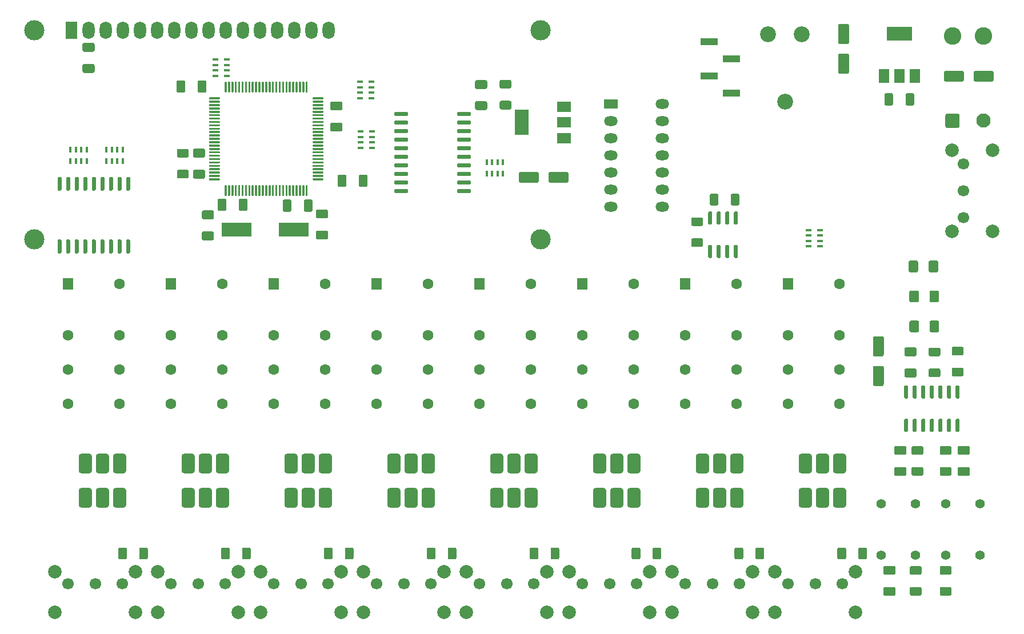
<source format=gts>
G04 #@! TF.GenerationSoftware,KiCad,Pcbnew,(5.1.9)-1*
G04 #@! TF.CreationDate,2021-06-10T17:57:30+03:00*
G04 #@! TF.ProjectId,OneWireReader,4f6e6557-6972-4655-9265-616465722e6b,rev?*
G04 #@! TF.SameCoordinates,Original*
G04 #@! TF.FileFunction,Soldermask,Top*
G04 #@! TF.FilePolarity,Negative*
%FSLAX46Y46*%
G04 Gerber Fmt 4.6, Leading zero omitted, Abs format (unit mm)*
G04 Created by KiCad (PCBNEW (5.1.9)-1) date 2021-06-10 17:57:30*
%MOMM*%
%LPD*%
G01*
G04 APERTURE LIST*
%ADD10C,2.600000*%
%ADD11C,2.100000*%
%ADD12C,1.600000*%
%ADD13R,1.600000X1.800000*%
%ADD14C,2.340000*%
%ADD15R,0.900000X0.400000*%
%ADD16R,0.400000X0.900000*%
%ADD17R,4.500000X2.000000*%
%ADD18R,2.000000X1.500000*%
%ADD19R,2.000000X3.800000*%
%ADD20R,1.500000X2.000000*%
%ADD21R,3.800000X2.000000*%
%ADD22C,1.700000*%
%ADD23C,2.000000*%
%ADD24C,1.397000*%
%ADD25O,2.000000X1.440000*%
%ADD26R,2.000000X1.440000*%
%ADD27R,2.510000X1.000000*%
%ADD28C,3.000000*%
%ADD29O,1.800000X2.600000*%
%ADD30R,1.800000X2.600000*%
G04 APERTURE END LIST*
D10*
X191544000Y-43915000D03*
X186944000Y-43915000D03*
D11*
X191544000Y-56515000D03*
G36*
G01*
X185894000Y-57315000D02*
X185894000Y-55715000D01*
G75*
G02*
X186144000Y-55465000I250000J0D01*
G01*
X187744000Y-55465000D01*
G75*
G02*
X187994000Y-55715000I0J-250000D01*
G01*
X187994000Y-57315000D01*
G75*
G02*
X187744000Y-57565000I-250000J0D01*
G01*
X186144000Y-57565000D01*
G75*
G02*
X185894000Y-57315000I0J250000D01*
G01*
G37*
D12*
X162600000Y-93350000D03*
X162600000Y-98430000D03*
X162600000Y-88270000D03*
X170220000Y-80650000D03*
D13*
X162600000Y-80650000D03*
D12*
X170220000Y-98430000D03*
X170220000Y-93350000D03*
X170220000Y-88270000D03*
G36*
G01*
X183528000Y-87620000D02*
X183528000Y-86370000D01*
G75*
G02*
X183778000Y-86120000I250000J0D01*
G01*
X184703000Y-86120000D01*
G75*
G02*
X184953000Y-86370000I0J-250000D01*
G01*
X184953000Y-87620000D01*
G75*
G02*
X184703000Y-87870000I-250000J0D01*
G01*
X183778000Y-87870000D01*
G75*
G02*
X183528000Y-87620000I0J250000D01*
G01*
G37*
G36*
G01*
X180553000Y-87620000D02*
X180553000Y-86370000D01*
G75*
G02*
X180803000Y-86120000I250000J0D01*
G01*
X181728000Y-86120000D01*
G75*
G02*
X181978000Y-86370000I0J-250000D01*
G01*
X181978000Y-87620000D01*
G75*
G02*
X181728000Y-87870000I-250000J0D01*
G01*
X180803000Y-87870000D01*
G75*
G02*
X180553000Y-87620000I0J250000D01*
G01*
G37*
G36*
G01*
X183528000Y-83175000D02*
X183528000Y-81925000D01*
G75*
G02*
X183778000Y-81675000I250000J0D01*
G01*
X184703000Y-81675000D01*
G75*
G02*
X184953000Y-81925000I0J-250000D01*
G01*
X184953000Y-83175000D01*
G75*
G02*
X184703000Y-83425000I-250000J0D01*
G01*
X183778000Y-83425000D01*
G75*
G02*
X183528000Y-83175000I0J250000D01*
G01*
G37*
G36*
G01*
X180553000Y-83175000D02*
X180553000Y-81925000D01*
G75*
G02*
X180803000Y-81675000I250000J0D01*
G01*
X181728000Y-81675000D01*
G75*
G02*
X181978000Y-81925000I0J-250000D01*
G01*
X181978000Y-83175000D01*
G75*
G02*
X181728000Y-83425000I-250000J0D01*
G01*
X180803000Y-83425000D01*
G75*
G02*
X180553000Y-83175000I0J250000D01*
G01*
G37*
G36*
G01*
X183401000Y-78730000D02*
X183401000Y-77480000D01*
G75*
G02*
X183651000Y-77230000I250000J0D01*
G01*
X184576000Y-77230000D01*
G75*
G02*
X184826000Y-77480000I0J-250000D01*
G01*
X184826000Y-78730000D01*
G75*
G02*
X184576000Y-78980000I-250000J0D01*
G01*
X183651000Y-78980000D01*
G75*
G02*
X183401000Y-78730000I0J250000D01*
G01*
G37*
G36*
G01*
X180426000Y-78730000D02*
X180426000Y-77480000D01*
G75*
G02*
X180676000Y-77230000I250000J0D01*
G01*
X181601000Y-77230000D01*
G75*
G02*
X181851000Y-77480000I0J-250000D01*
G01*
X181851000Y-78730000D01*
G75*
G02*
X181601000Y-78980000I-250000J0D01*
G01*
X180676000Y-78980000D01*
G75*
G02*
X180426000Y-78730000I0J250000D01*
G01*
G37*
D14*
X159639000Y-43688000D03*
X162139000Y-53688000D03*
X164639000Y-43688000D03*
D15*
X77763000Y-47441000D03*
X77763000Y-48241000D03*
X77763000Y-49041000D03*
X77763000Y-49841000D03*
X79463000Y-47441000D03*
X79463000Y-49841000D03*
X79463000Y-48241000D03*
X79463000Y-49041000D03*
X99139000Y-50748000D03*
X99139000Y-51548000D03*
X99139000Y-52348000D03*
X99139000Y-53148000D03*
X100839000Y-50748000D03*
X100839000Y-53148000D03*
X100839000Y-51548000D03*
X100839000Y-52348000D03*
X167347000Y-75114000D03*
X167347000Y-74314000D03*
X167347000Y-73514000D03*
X167347000Y-72714000D03*
X165647000Y-75114000D03*
X165647000Y-72714000D03*
X165647000Y-74314000D03*
X165647000Y-73514000D03*
D16*
X56244000Y-62450000D03*
X57044000Y-62450000D03*
X57844000Y-62450000D03*
X58644000Y-62450000D03*
X56244000Y-60750000D03*
X58644000Y-60750000D03*
X57044000Y-60750000D03*
X57844000Y-60750000D03*
X61578000Y-62450000D03*
X62378000Y-62450000D03*
X63178000Y-62450000D03*
X63978000Y-62450000D03*
X61578000Y-60750000D03*
X63978000Y-60750000D03*
X62378000Y-60750000D03*
X63178000Y-60750000D03*
D15*
X100966000Y-60514000D03*
X100966000Y-59714000D03*
X100966000Y-58914000D03*
X100966000Y-58114000D03*
X99266000Y-60514000D03*
X99266000Y-58114000D03*
X99266000Y-59714000D03*
X99266000Y-58914000D03*
D16*
X120326000Y-62650000D03*
X119526000Y-62650000D03*
X118726000Y-62650000D03*
X117926000Y-62650000D03*
X120326000Y-64350000D03*
X117926000Y-64350000D03*
X119526000Y-64350000D03*
X118726000Y-64350000D03*
D17*
X80840000Y-72644000D03*
X89340000Y-72644000D03*
G36*
G01*
X64660000Y-74115000D02*
X64960000Y-74115000D01*
G75*
G02*
X65110000Y-74265000I0J-150000D01*
G01*
X65110000Y-76015000D01*
G75*
G02*
X64960000Y-76165000I-150000J0D01*
G01*
X64660000Y-76165000D01*
G75*
G02*
X64510000Y-76015000I0J150000D01*
G01*
X64510000Y-74265000D01*
G75*
G02*
X64660000Y-74115000I150000J0D01*
G01*
G37*
G36*
G01*
X63390000Y-74115000D02*
X63690000Y-74115000D01*
G75*
G02*
X63840000Y-74265000I0J-150000D01*
G01*
X63840000Y-76015000D01*
G75*
G02*
X63690000Y-76165000I-150000J0D01*
G01*
X63390000Y-76165000D01*
G75*
G02*
X63240000Y-76015000I0J150000D01*
G01*
X63240000Y-74265000D01*
G75*
G02*
X63390000Y-74115000I150000J0D01*
G01*
G37*
G36*
G01*
X62120000Y-74115000D02*
X62420000Y-74115000D01*
G75*
G02*
X62570000Y-74265000I0J-150000D01*
G01*
X62570000Y-76015000D01*
G75*
G02*
X62420000Y-76165000I-150000J0D01*
G01*
X62120000Y-76165000D01*
G75*
G02*
X61970000Y-76015000I0J150000D01*
G01*
X61970000Y-74265000D01*
G75*
G02*
X62120000Y-74115000I150000J0D01*
G01*
G37*
G36*
G01*
X60850000Y-74115000D02*
X61150000Y-74115000D01*
G75*
G02*
X61300000Y-74265000I0J-150000D01*
G01*
X61300000Y-76015000D01*
G75*
G02*
X61150000Y-76165000I-150000J0D01*
G01*
X60850000Y-76165000D01*
G75*
G02*
X60700000Y-76015000I0J150000D01*
G01*
X60700000Y-74265000D01*
G75*
G02*
X60850000Y-74115000I150000J0D01*
G01*
G37*
G36*
G01*
X59580000Y-74115000D02*
X59880000Y-74115000D01*
G75*
G02*
X60030000Y-74265000I0J-150000D01*
G01*
X60030000Y-76015000D01*
G75*
G02*
X59880000Y-76165000I-150000J0D01*
G01*
X59580000Y-76165000D01*
G75*
G02*
X59430000Y-76015000I0J150000D01*
G01*
X59430000Y-74265000D01*
G75*
G02*
X59580000Y-74115000I150000J0D01*
G01*
G37*
G36*
G01*
X58310000Y-74115000D02*
X58610000Y-74115000D01*
G75*
G02*
X58760000Y-74265000I0J-150000D01*
G01*
X58760000Y-76015000D01*
G75*
G02*
X58610000Y-76165000I-150000J0D01*
G01*
X58310000Y-76165000D01*
G75*
G02*
X58160000Y-76015000I0J150000D01*
G01*
X58160000Y-74265000D01*
G75*
G02*
X58310000Y-74115000I150000J0D01*
G01*
G37*
G36*
G01*
X57040000Y-74115000D02*
X57340000Y-74115000D01*
G75*
G02*
X57490000Y-74265000I0J-150000D01*
G01*
X57490000Y-76015000D01*
G75*
G02*
X57340000Y-76165000I-150000J0D01*
G01*
X57040000Y-76165000D01*
G75*
G02*
X56890000Y-76015000I0J150000D01*
G01*
X56890000Y-74265000D01*
G75*
G02*
X57040000Y-74115000I150000J0D01*
G01*
G37*
G36*
G01*
X55770000Y-74115000D02*
X56070000Y-74115000D01*
G75*
G02*
X56220000Y-74265000I0J-150000D01*
G01*
X56220000Y-76015000D01*
G75*
G02*
X56070000Y-76165000I-150000J0D01*
G01*
X55770000Y-76165000D01*
G75*
G02*
X55620000Y-76015000I0J150000D01*
G01*
X55620000Y-74265000D01*
G75*
G02*
X55770000Y-74115000I150000J0D01*
G01*
G37*
G36*
G01*
X54500000Y-74115000D02*
X54800000Y-74115000D01*
G75*
G02*
X54950000Y-74265000I0J-150000D01*
G01*
X54950000Y-76015000D01*
G75*
G02*
X54800000Y-76165000I-150000J0D01*
G01*
X54500000Y-76165000D01*
G75*
G02*
X54350000Y-76015000I0J150000D01*
G01*
X54350000Y-74265000D01*
G75*
G02*
X54500000Y-74115000I150000J0D01*
G01*
G37*
G36*
G01*
X54500000Y-64815000D02*
X54800000Y-64815000D01*
G75*
G02*
X54950000Y-64965000I0J-150000D01*
G01*
X54950000Y-66715000D01*
G75*
G02*
X54800000Y-66865000I-150000J0D01*
G01*
X54500000Y-66865000D01*
G75*
G02*
X54350000Y-66715000I0J150000D01*
G01*
X54350000Y-64965000D01*
G75*
G02*
X54500000Y-64815000I150000J0D01*
G01*
G37*
G36*
G01*
X55770000Y-64815000D02*
X56070000Y-64815000D01*
G75*
G02*
X56220000Y-64965000I0J-150000D01*
G01*
X56220000Y-66715000D01*
G75*
G02*
X56070000Y-66865000I-150000J0D01*
G01*
X55770000Y-66865000D01*
G75*
G02*
X55620000Y-66715000I0J150000D01*
G01*
X55620000Y-64965000D01*
G75*
G02*
X55770000Y-64815000I150000J0D01*
G01*
G37*
G36*
G01*
X57040000Y-64815000D02*
X57340000Y-64815000D01*
G75*
G02*
X57490000Y-64965000I0J-150000D01*
G01*
X57490000Y-66715000D01*
G75*
G02*
X57340000Y-66865000I-150000J0D01*
G01*
X57040000Y-66865000D01*
G75*
G02*
X56890000Y-66715000I0J150000D01*
G01*
X56890000Y-64965000D01*
G75*
G02*
X57040000Y-64815000I150000J0D01*
G01*
G37*
G36*
G01*
X58310000Y-64815000D02*
X58610000Y-64815000D01*
G75*
G02*
X58760000Y-64965000I0J-150000D01*
G01*
X58760000Y-66715000D01*
G75*
G02*
X58610000Y-66865000I-150000J0D01*
G01*
X58310000Y-66865000D01*
G75*
G02*
X58160000Y-66715000I0J150000D01*
G01*
X58160000Y-64965000D01*
G75*
G02*
X58310000Y-64815000I150000J0D01*
G01*
G37*
G36*
G01*
X59580000Y-64815000D02*
X59880000Y-64815000D01*
G75*
G02*
X60030000Y-64965000I0J-150000D01*
G01*
X60030000Y-66715000D01*
G75*
G02*
X59880000Y-66865000I-150000J0D01*
G01*
X59580000Y-66865000D01*
G75*
G02*
X59430000Y-66715000I0J150000D01*
G01*
X59430000Y-64965000D01*
G75*
G02*
X59580000Y-64815000I150000J0D01*
G01*
G37*
G36*
G01*
X60850000Y-64815000D02*
X61150000Y-64815000D01*
G75*
G02*
X61300000Y-64965000I0J-150000D01*
G01*
X61300000Y-66715000D01*
G75*
G02*
X61150000Y-66865000I-150000J0D01*
G01*
X60850000Y-66865000D01*
G75*
G02*
X60700000Y-66715000I0J150000D01*
G01*
X60700000Y-64965000D01*
G75*
G02*
X60850000Y-64815000I150000J0D01*
G01*
G37*
G36*
G01*
X62120000Y-64815000D02*
X62420000Y-64815000D01*
G75*
G02*
X62570000Y-64965000I0J-150000D01*
G01*
X62570000Y-66715000D01*
G75*
G02*
X62420000Y-66865000I-150000J0D01*
G01*
X62120000Y-66865000D01*
G75*
G02*
X61970000Y-66715000I0J150000D01*
G01*
X61970000Y-64965000D01*
G75*
G02*
X62120000Y-64815000I150000J0D01*
G01*
G37*
G36*
G01*
X63390000Y-64815000D02*
X63690000Y-64815000D01*
G75*
G02*
X63840000Y-64965000I0J-150000D01*
G01*
X63840000Y-66715000D01*
G75*
G02*
X63690000Y-66865000I-150000J0D01*
G01*
X63390000Y-66865000D01*
G75*
G02*
X63240000Y-66715000I0J150000D01*
G01*
X63240000Y-64965000D01*
G75*
G02*
X63390000Y-64815000I150000J0D01*
G01*
G37*
G36*
G01*
X64660000Y-64815000D02*
X64960000Y-64815000D01*
G75*
G02*
X65110000Y-64965000I0J-150000D01*
G01*
X65110000Y-66715000D01*
G75*
G02*
X64960000Y-66865000I-150000J0D01*
G01*
X64660000Y-66865000D01*
G75*
G02*
X64510000Y-66715000I0J150000D01*
G01*
X64510000Y-64965000D01*
G75*
G02*
X64660000Y-64815000I150000J0D01*
G01*
G37*
G36*
G01*
X106270000Y-66784000D02*
X106270000Y-67084000D01*
G75*
G02*
X106120000Y-67234000I-150000J0D01*
G01*
X104370000Y-67234000D01*
G75*
G02*
X104220000Y-67084000I0J150000D01*
G01*
X104220000Y-66784000D01*
G75*
G02*
X104370000Y-66634000I150000J0D01*
G01*
X106120000Y-66634000D01*
G75*
G02*
X106270000Y-66784000I0J-150000D01*
G01*
G37*
G36*
G01*
X106270000Y-65514000D02*
X106270000Y-65814000D01*
G75*
G02*
X106120000Y-65964000I-150000J0D01*
G01*
X104370000Y-65964000D01*
G75*
G02*
X104220000Y-65814000I0J150000D01*
G01*
X104220000Y-65514000D01*
G75*
G02*
X104370000Y-65364000I150000J0D01*
G01*
X106120000Y-65364000D01*
G75*
G02*
X106270000Y-65514000I0J-150000D01*
G01*
G37*
G36*
G01*
X106270000Y-64244000D02*
X106270000Y-64544000D01*
G75*
G02*
X106120000Y-64694000I-150000J0D01*
G01*
X104370000Y-64694000D01*
G75*
G02*
X104220000Y-64544000I0J150000D01*
G01*
X104220000Y-64244000D01*
G75*
G02*
X104370000Y-64094000I150000J0D01*
G01*
X106120000Y-64094000D01*
G75*
G02*
X106270000Y-64244000I0J-150000D01*
G01*
G37*
G36*
G01*
X106270000Y-62974000D02*
X106270000Y-63274000D01*
G75*
G02*
X106120000Y-63424000I-150000J0D01*
G01*
X104370000Y-63424000D01*
G75*
G02*
X104220000Y-63274000I0J150000D01*
G01*
X104220000Y-62974000D01*
G75*
G02*
X104370000Y-62824000I150000J0D01*
G01*
X106120000Y-62824000D01*
G75*
G02*
X106270000Y-62974000I0J-150000D01*
G01*
G37*
G36*
G01*
X106270000Y-61704000D02*
X106270000Y-62004000D01*
G75*
G02*
X106120000Y-62154000I-150000J0D01*
G01*
X104370000Y-62154000D01*
G75*
G02*
X104220000Y-62004000I0J150000D01*
G01*
X104220000Y-61704000D01*
G75*
G02*
X104370000Y-61554000I150000J0D01*
G01*
X106120000Y-61554000D01*
G75*
G02*
X106270000Y-61704000I0J-150000D01*
G01*
G37*
G36*
G01*
X106270000Y-60434000D02*
X106270000Y-60734000D01*
G75*
G02*
X106120000Y-60884000I-150000J0D01*
G01*
X104370000Y-60884000D01*
G75*
G02*
X104220000Y-60734000I0J150000D01*
G01*
X104220000Y-60434000D01*
G75*
G02*
X104370000Y-60284000I150000J0D01*
G01*
X106120000Y-60284000D01*
G75*
G02*
X106270000Y-60434000I0J-150000D01*
G01*
G37*
G36*
G01*
X106270000Y-59164000D02*
X106270000Y-59464000D01*
G75*
G02*
X106120000Y-59614000I-150000J0D01*
G01*
X104370000Y-59614000D01*
G75*
G02*
X104220000Y-59464000I0J150000D01*
G01*
X104220000Y-59164000D01*
G75*
G02*
X104370000Y-59014000I150000J0D01*
G01*
X106120000Y-59014000D01*
G75*
G02*
X106270000Y-59164000I0J-150000D01*
G01*
G37*
G36*
G01*
X106270000Y-57894000D02*
X106270000Y-58194000D01*
G75*
G02*
X106120000Y-58344000I-150000J0D01*
G01*
X104370000Y-58344000D01*
G75*
G02*
X104220000Y-58194000I0J150000D01*
G01*
X104220000Y-57894000D01*
G75*
G02*
X104370000Y-57744000I150000J0D01*
G01*
X106120000Y-57744000D01*
G75*
G02*
X106270000Y-57894000I0J-150000D01*
G01*
G37*
G36*
G01*
X106270000Y-56624000D02*
X106270000Y-56924000D01*
G75*
G02*
X106120000Y-57074000I-150000J0D01*
G01*
X104370000Y-57074000D01*
G75*
G02*
X104220000Y-56924000I0J150000D01*
G01*
X104220000Y-56624000D01*
G75*
G02*
X104370000Y-56474000I150000J0D01*
G01*
X106120000Y-56474000D01*
G75*
G02*
X106270000Y-56624000I0J-150000D01*
G01*
G37*
G36*
G01*
X106270000Y-55354000D02*
X106270000Y-55654000D01*
G75*
G02*
X106120000Y-55804000I-150000J0D01*
G01*
X104370000Y-55804000D01*
G75*
G02*
X104220000Y-55654000I0J150000D01*
G01*
X104220000Y-55354000D01*
G75*
G02*
X104370000Y-55204000I150000J0D01*
G01*
X106120000Y-55204000D01*
G75*
G02*
X106270000Y-55354000I0J-150000D01*
G01*
G37*
G36*
G01*
X115570000Y-55354000D02*
X115570000Y-55654000D01*
G75*
G02*
X115420000Y-55804000I-150000J0D01*
G01*
X113670000Y-55804000D01*
G75*
G02*
X113520000Y-55654000I0J150000D01*
G01*
X113520000Y-55354000D01*
G75*
G02*
X113670000Y-55204000I150000J0D01*
G01*
X115420000Y-55204000D01*
G75*
G02*
X115570000Y-55354000I0J-150000D01*
G01*
G37*
G36*
G01*
X115570000Y-56624000D02*
X115570000Y-56924000D01*
G75*
G02*
X115420000Y-57074000I-150000J0D01*
G01*
X113670000Y-57074000D01*
G75*
G02*
X113520000Y-56924000I0J150000D01*
G01*
X113520000Y-56624000D01*
G75*
G02*
X113670000Y-56474000I150000J0D01*
G01*
X115420000Y-56474000D01*
G75*
G02*
X115570000Y-56624000I0J-150000D01*
G01*
G37*
G36*
G01*
X115570000Y-57894000D02*
X115570000Y-58194000D01*
G75*
G02*
X115420000Y-58344000I-150000J0D01*
G01*
X113670000Y-58344000D01*
G75*
G02*
X113520000Y-58194000I0J150000D01*
G01*
X113520000Y-57894000D01*
G75*
G02*
X113670000Y-57744000I150000J0D01*
G01*
X115420000Y-57744000D01*
G75*
G02*
X115570000Y-57894000I0J-150000D01*
G01*
G37*
G36*
G01*
X115570000Y-59164000D02*
X115570000Y-59464000D01*
G75*
G02*
X115420000Y-59614000I-150000J0D01*
G01*
X113670000Y-59614000D01*
G75*
G02*
X113520000Y-59464000I0J150000D01*
G01*
X113520000Y-59164000D01*
G75*
G02*
X113670000Y-59014000I150000J0D01*
G01*
X115420000Y-59014000D01*
G75*
G02*
X115570000Y-59164000I0J-150000D01*
G01*
G37*
G36*
G01*
X115570000Y-60434000D02*
X115570000Y-60734000D01*
G75*
G02*
X115420000Y-60884000I-150000J0D01*
G01*
X113670000Y-60884000D01*
G75*
G02*
X113520000Y-60734000I0J150000D01*
G01*
X113520000Y-60434000D01*
G75*
G02*
X113670000Y-60284000I150000J0D01*
G01*
X115420000Y-60284000D01*
G75*
G02*
X115570000Y-60434000I0J-150000D01*
G01*
G37*
G36*
G01*
X115570000Y-61704000D02*
X115570000Y-62004000D01*
G75*
G02*
X115420000Y-62154000I-150000J0D01*
G01*
X113670000Y-62154000D01*
G75*
G02*
X113520000Y-62004000I0J150000D01*
G01*
X113520000Y-61704000D01*
G75*
G02*
X113670000Y-61554000I150000J0D01*
G01*
X115420000Y-61554000D01*
G75*
G02*
X115570000Y-61704000I0J-150000D01*
G01*
G37*
G36*
G01*
X115570000Y-62974000D02*
X115570000Y-63274000D01*
G75*
G02*
X115420000Y-63424000I-150000J0D01*
G01*
X113670000Y-63424000D01*
G75*
G02*
X113520000Y-63274000I0J150000D01*
G01*
X113520000Y-62974000D01*
G75*
G02*
X113670000Y-62824000I150000J0D01*
G01*
X115420000Y-62824000D01*
G75*
G02*
X115570000Y-62974000I0J-150000D01*
G01*
G37*
G36*
G01*
X115570000Y-64244000D02*
X115570000Y-64544000D01*
G75*
G02*
X115420000Y-64694000I-150000J0D01*
G01*
X113670000Y-64694000D01*
G75*
G02*
X113520000Y-64544000I0J150000D01*
G01*
X113520000Y-64244000D01*
G75*
G02*
X113670000Y-64094000I150000J0D01*
G01*
X115420000Y-64094000D01*
G75*
G02*
X115570000Y-64244000I0J-150000D01*
G01*
G37*
G36*
G01*
X115570000Y-65514000D02*
X115570000Y-65814000D01*
G75*
G02*
X115420000Y-65964000I-150000J0D01*
G01*
X113670000Y-65964000D01*
G75*
G02*
X113520000Y-65814000I0J150000D01*
G01*
X113520000Y-65514000D01*
G75*
G02*
X113670000Y-65364000I150000J0D01*
G01*
X115420000Y-65364000D01*
G75*
G02*
X115570000Y-65514000I0J-150000D01*
G01*
G37*
G36*
G01*
X115570000Y-66784000D02*
X115570000Y-67084000D01*
G75*
G02*
X115420000Y-67234000I-150000J0D01*
G01*
X113670000Y-67234000D01*
G75*
G02*
X113520000Y-67084000I0J150000D01*
G01*
X113520000Y-66784000D01*
G75*
G02*
X113670000Y-66634000I150000J0D01*
G01*
X115420000Y-66634000D01*
G75*
G02*
X115570000Y-66784000I0J-150000D01*
G01*
G37*
G36*
G01*
X154703000Y-74911000D02*
X155003000Y-74911000D01*
G75*
G02*
X155153000Y-75061000I0J-150000D01*
G01*
X155153000Y-76711000D01*
G75*
G02*
X155003000Y-76861000I-150000J0D01*
G01*
X154703000Y-76861000D01*
G75*
G02*
X154553000Y-76711000I0J150000D01*
G01*
X154553000Y-75061000D01*
G75*
G02*
X154703000Y-74911000I150000J0D01*
G01*
G37*
G36*
G01*
X153433000Y-74911000D02*
X153733000Y-74911000D01*
G75*
G02*
X153883000Y-75061000I0J-150000D01*
G01*
X153883000Y-76711000D01*
G75*
G02*
X153733000Y-76861000I-150000J0D01*
G01*
X153433000Y-76861000D01*
G75*
G02*
X153283000Y-76711000I0J150000D01*
G01*
X153283000Y-75061000D01*
G75*
G02*
X153433000Y-74911000I150000J0D01*
G01*
G37*
G36*
G01*
X152163000Y-74911000D02*
X152463000Y-74911000D01*
G75*
G02*
X152613000Y-75061000I0J-150000D01*
G01*
X152613000Y-76711000D01*
G75*
G02*
X152463000Y-76861000I-150000J0D01*
G01*
X152163000Y-76861000D01*
G75*
G02*
X152013000Y-76711000I0J150000D01*
G01*
X152013000Y-75061000D01*
G75*
G02*
X152163000Y-74911000I150000J0D01*
G01*
G37*
G36*
G01*
X150893000Y-74911000D02*
X151193000Y-74911000D01*
G75*
G02*
X151343000Y-75061000I0J-150000D01*
G01*
X151343000Y-76711000D01*
G75*
G02*
X151193000Y-76861000I-150000J0D01*
G01*
X150893000Y-76861000D01*
G75*
G02*
X150743000Y-76711000I0J150000D01*
G01*
X150743000Y-75061000D01*
G75*
G02*
X150893000Y-74911000I150000J0D01*
G01*
G37*
G36*
G01*
X150893000Y-69961000D02*
X151193000Y-69961000D01*
G75*
G02*
X151343000Y-70111000I0J-150000D01*
G01*
X151343000Y-71761000D01*
G75*
G02*
X151193000Y-71911000I-150000J0D01*
G01*
X150893000Y-71911000D01*
G75*
G02*
X150743000Y-71761000I0J150000D01*
G01*
X150743000Y-70111000D01*
G75*
G02*
X150893000Y-69961000I150000J0D01*
G01*
G37*
G36*
G01*
X152163000Y-69961000D02*
X152463000Y-69961000D01*
G75*
G02*
X152613000Y-70111000I0J-150000D01*
G01*
X152613000Y-71761000D01*
G75*
G02*
X152463000Y-71911000I-150000J0D01*
G01*
X152163000Y-71911000D01*
G75*
G02*
X152013000Y-71761000I0J150000D01*
G01*
X152013000Y-70111000D01*
G75*
G02*
X152163000Y-69961000I150000J0D01*
G01*
G37*
G36*
G01*
X153433000Y-69961000D02*
X153733000Y-69961000D01*
G75*
G02*
X153883000Y-70111000I0J-150000D01*
G01*
X153883000Y-71761000D01*
G75*
G02*
X153733000Y-71911000I-150000J0D01*
G01*
X153433000Y-71911000D01*
G75*
G02*
X153283000Y-71761000I0J150000D01*
G01*
X153283000Y-70111000D01*
G75*
G02*
X153433000Y-69961000I150000J0D01*
G01*
G37*
G36*
G01*
X154703000Y-69961000D02*
X155003000Y-69961000D01*
G75*
G02*
X155153000Y-70111000I0J-150000D01*
G01*
X155153000Y-71761000D01*
G75*
G02*
X155003000Y-71911000I-150000J0D01*
G01*
X154703000Y-71911000D01*
G75*
G02*
X154553000Y-71761000I0J150000D01*
G01*
X154553000Y-70111000D01*
G75*
G02*
X154703000Y-69961000I150000J0D01*
G01*
G37*
G36*
G01*
X78307000Y-65337000D02*
X76857000Y-65337000D01*
G75*
G02*
X76782000Y-65262000I0J75000D01*
G01*
X76782000Y-65112000D01*
G75*
G02*
X76857000Y-65037000I75000J0D01*
G01*
X78307000Y-65037000D01*
G75*
G02*
X78382000Y-65112000I0J-75000D01*
G01*
X78382000Y-65262000D01*
G75*
G02*
X78307000Y-65337000I-75000J0D01*
G01*
G37*
G36*
G01*
X78307000Y-64837000D02*
X76857000Y-64837000D01*
G75*
G02*
X76782000Y-64762000I0J75000D01*
G01*
X76782000Y-64612000D01*
G75*
G02*
X76857000Y-64537000I75000J0D01*
G01*
X78307000Y-64537000D01*
G75*
G02*
X78382000Y-64612000I0J-75000D01*
G01*
X78382000Y-64762000D01*
G75*
G02*
X78307000Y-64837000I-75000J0D01*
G01*
G37*
G36*
G01*
X78307000Y-64337000D02*
X76857000Y-64337000D01*
G75*
G02*
X76782000Y-64262000I0J75000D01*
G01*
X76782000Y-64112000D01*
G75*
G02*
X76857000Y-64037000I75000J0D01*
G01*
X78307000Y-64037000D01*
G75*
G02*
X78382000Y-64112000I0J-75000D01*
G01*
X78382000Y-64262000D01*
G75*
G02*
X78307000Y-64337000I-75000J0D01*
G01*
G37*
G36*
G01*
X78307000Y-63837000D02*
X76857000Y-63837000D01*
G75*
G02*
X76782000Y-63762000I0J75000D01*
G01*
X76782000Y-63612000D01*
G75*
G02*
X76857000Y-63537000I75000J0D01*
G01*
X78307000Y-63537000D01*
G75*
G02*
X78382000Y-63612000I0J-75000D01*
G01*
X78382000Y-63762000D01*
G75*
G02*
X78307000Y-63837000I-75000J0D01*
G01*
G37*
G36*
G01*
X78307000Y-63337000D02*
X76857000Y-63337000D01*
G75*
G02*
X76782000Y-63262000I0J75000D01*
G01*
X76782000Y-63112000D01*
G75*
G02*
X76857000Y-63037000I75000J0D01*
G01*
X78307000Y-63037000D01*
G75*
G02*
X78382000Y-63112000I0J-75000D01*
G01*
X78382000Y-63262000D01*
G75*
G02*
X78307000Y-63337000I-75000J0D01*
G01*
G37*
G36*
G01*
X78307000Y-62837000D02*
X76857000Y-62837000D01*
G75*
G02*
X76782000Y-62762000I0J75000D01*
G01*
X76782000Y-62612000D01*
G75*
G02*
X76857000Y-62537000I75000J0D01*
G01*
X78307000Y-62537000D01*
G75*
G02*
X78382000Y-62612000I0J-75000D01*
G01*
X78382000Y-62762000D01*
G75*
G02*
X78307000Y-62837000I-75000J0D01*
G01*
G37*
G36*
G01*
X78307000Y-62337000D02*
X76857000Y-62337000D01*
G75*
G02*
X76782000Y-62262000I0J75000D01*
G01*
X76782000Y-62112000D01*
G75*
G02*
X76857000Y-62037000I75000J0D01*
G01*
X78307000Y-62037000D01*
G75*
G02*
X78382000Y-62112000I0J-75000D01*
G01*
X78382000Y-62262000D01*
G75*
G02*
X78307000Y-62337000I-75000J0D01*
G01*
G37*
G36*
G01*
X78307000Y-61837000D02*
X76857000Y-61837000D01*
G75*
G02*
X76782000Y-61762000I0J75000D01*
G01*
X76782000Y-61612000D01*
G75*
G02*
X76857000Y-61537000I75000J0D01*
G01*
X78307000Y-61537000D01*
G75*
G02*
X78382000Y-61612000I0J-75000D01*
G01*
X78382000Y-61762000D01*
G75*
G02*
X78307000Y-61837000I-75000J0D01*
G01*
G37*
G36*
G01*
X78307000Y-61337000D02*
X76857000Y-61337000D01*
G75*
G02*
X76782000Y-61262000I0J75000D01*
G01*
X76782000Y-61112000D01*
G75*
G02*
X76857000Y-61037000I75000J0D01*
G01*
X78307000Y-61037000D01*
G75*
G02*
X78382000Y-61112000I0J-75000D01*
G01*
X78382000Y-61262000D01*
G75*
G02*
X78307000Y-61337000I-75000J0D01*
G01*
G37*
G36*
G01*
X78307000Y-60837000D02*
X76857000Y-60837000D01*
G75*
G02*
X76782000Y-60762000I0J75000D01*
G01*
X76782000Y-60612000D01*
G75*
G02*
X76857000Y-60537000I75000J0D01*
G01*
X78307000Y-60537000D01*
G75*
G02*
X78382000Y-60612000I0J-75000D01*
G01*
X78382000Y-60762000D01*
G75*
G02*
X78307000Y-60837000I-75000J0D01*
G01*
G37*
G36*
G01*
X78307000Y-60337000D02*
X76857000Y-60337000D01*
G75*
G02*
X76782000Y-60262000I0J75000D01*
G01*
X76782000Y-60112000D01*
G75*
G02*
X76857000Y-60037000I75000J0D01*
G01*
X78307000Y-60037000D01*
G75*
G02*
X78382000Y-60112000I0J-75000D01*
G01*
X78382000Y-60262000D01*
G75*
G02*
X78307000Y-60337000I-75000J0D01*
G01*
G37*
G36*
G01*
X78307000Y-59837000D02*
X76857000Y-59837000D01*
G75*
G02*
X76782000Y-59762000I0J75000D01*
G01*
X76782000Y-59612000D01*
G75*
G02*
X76857000Y-59537000I75000J0D01*
G01*
X78307000Y-59537000D01*
G75*
G02*
X78382000Y-59612000I0J-75000D01*
G01*
X78382000Y-59762000D01*
G75*
G02*
X78307000Y-59837000I-75000J0D01*
G01*
G37*
G36*
G01*
X78307000Y-59337000D02*
X76857000Y-59337000D01*
G75*
G02*
X76782000Y-59262000I0J75000D01*
G01*
X76782000Y-59112000D01*
G75*
G02*
X76857000Y-59037000I75000J0D01*
G01*
X78307000Y-59037000D01*
G75*
G02*
X78382000Y-59112000I0J-75000D01*
G01*
X78382000Y-59262000D01*
G75*
G02*
X78307000Y-59337000I-75000J0D01*
G01*
G37*
G36*
G01*
X78307000Y-58837000D02*
X76857000Y-58837000D01*
G75*
G02*
X76782000Y-58762000I0J75000D01*
G01*
X76782000Y-58612000D01*
G75*
G02*
X76857000Y-58537000I75000J0D01*
G01*
X78307000Y-58537000D01*
G75*
G02*
X78382000Y-58612000I0J-75000D01*
G01*
X78382000Y-58762000D01*
G75*
G02*
X78307000Y-58837000I-75000J0D01*
G01*
G37*
G36*
G01*
X78307000Y-58337000D02*
X76857000Y-58337000D01*
G75*
G02*
X76782000Y-58262000I0J75000D01*
G01*
X76782000Y-58112000D01*
G75*
G02*
X76857000Y-58037000I75000J0D01*
G01*
X78307000Y-58037000D01*
G75*
G02*
X78382000Y-58112000I0J-75000D01*
G01*
X78382000Y-58262000D01*
G75*
G02*
X78307000Y-58337000I-75000J0D01*
G01*
G37*
G36*
G01*
X78307000Y-57837000D02*
X76857000Y-57837000D01*
G75*
G02*
X76782000Y-57762000I0J75000D01*
G01*
X76782000Y-57612000D01*
G75*
G02*
X76857000Y-57537000I75000J0D01*
G01*
X78307000Y-57537000D01*
G75*
G02*
X78382000Y-57612000I0J-75000D01*
G01*
X78382000Y-57762000D01*
G75*
G02*
X78307000Y-57837000I-75000J0D01*
G01*
G37*
G36*
G01*
X78307000Y-57337000D02*
X76857000Y-57337000D01*
G75*
G02*
X76782000Y-57262000I0J75000D01*
G01*
X76782000Y-57112000D01*
G75*
G02*
X76857000Y-57037000I75000J0D01*
G01*
X78307000Y-57037000D01*
G75*
G02*
X78382000Y-57112000I0J-75000D01*
G01*
X78382000Y-57262000D01*
G75*
G02*
X78307000Y-57337000I-75000J0D01*
G01*
G37*
G36*
G01*
X78307000Y-56837000D02*
X76857000Y-56837000D01*
G75*
G02*
X76782000Y-56762000I0J75000D01*
G01*
X76782000Y-56612000D01*
G75*
G02*
X76857000Y-56537000I75000J0D01*
G01*
X78307000Y-56537000D01*
G75*
G02*
X78382000Y-56612000I0J-75000D01*
G01*
X78382000Y-56762000D01*
G75*
G02*
X78307000Y-56837000I-75000J0D01*
G01*
G37*
G36*
G01*
X78307000Y-56337000D02*
X76857000Y-56337000D01*
G75*
G02*
X76782000Y-56262000I0J75000D01*
G01*
X76782000Y-56112000D01*
G75*
G02*
X76857000Y-56037000I75000J0D01*
G01*
X78307000Y-56037000D01*
G75*
G02*
X78382000Y-56112000I0J-75000D01*
G01*
X78382000Y-56262000D01*
G75*
G02*
X78307000Y-56337000I-75000J0D01*
G01*
G37*
G36*
G01*
X78307000Y-55837000D02*
X76857000Y-55837000D01*
G75*
G02*
X76782000Y-55762000I0J75000D01*
G01*
X76782000Y-55612000D01*
G75*
G02*
X76857000Y-55537000I75000J0D01*
G01*
X78307000Y-55537000D01*
G75*
G02*
X78382000Y-55612000I0J-75000D01*
G01*
X78382000Y-55762000D01*
G75*
G02*
X78307000Y-55837000I-75000J0D01*
G01*
G37*
G36*
G01*
X78307000Y-55337000D02*
X76857000Y-55337000D01*
G75*
G02*
X76782000Y-55262000I0J75000D01*
G01*
X76782000Y-55112000D01*
G75*
G02*
X76857000Y-55037000I75000J0D01*
G01*
X78307000Y-55037000D01*
G75*
G02*
X78382000Y-55112000I0J-75000D01*
G01*
X78382000Y-55262000D01*
G75*
G02*
X78307000Y-55337000I-75000J0D01*
G01*
G37*
G36*
G01*
X78307000Y-54837000D02*
X76857000Y-54837000D01*
G75*
G02*
X76782000Y-54762000I0J75000D01*
G01*
X76782000Y-54612000D01*
G75*
G02*
X76857000Y-54537000I75000J0D01*
G01*
X78307000Y-54537000D01*
G75*
G02*
X78382000Y-54612000I0J-75000D01*
G01*
X78382000Y-54762000D01*
G75*
G02*
X78307000Y-54837000I-75000J0D01*
G01*
G37*
G36*
G01*
X78307000Y-54337000D02*
X76857000Y-54337000D01*
G75*
G02*
X76782000Y-54262000I0J75000D01*
G01*
X76782000Y-54112000D01*
G75*
G02*
X76857000Y-54037000I75000J0D01*
G01*
X78307000Y-54037000D01*
G75*
G02*
X78382000Y-54112000I0J-75000D01*
G01*
X78382000Y-54262000D01*
G75*
G02*
X78307000Y-54337000I-75000J0D01*
G01*
G37*
G36*
G01*
X78307000Y-53837000D02*
X76857000Y-53837000D01*
G75*
G02*
X76782000Y-53762000I0J75000D01*
G01*
X76782000Y-53612000D01*
G75*
G02*
X76857000Y-53537000I75000J0D01*
G01*
X78307000Y-53537000D01*
G75*
G02*
X78382000Y-53612000I0J-75000D01*
G01*
X78382000Y-53762000D01*
G75*
G02*
X78307000Y-53837000I-75000J0D01*
G01*
G37*
G36*
G01*
X78307000Y-53337000D02*
X76857000Y-53337000D01*
G75*
G02*
X76782000Y-53262000I0J75000D01*
G01*
X76782000Y-53112000D01*
G75*
G02*
X76857000Y-53037000I75000J0D01*
G01*
X78307000Y-53037000D01*
G75*
G02*
X78382000Y-53112000I0J-75000D01*
G01*
X78382000Y-53262000D01*
G75*
G02*
X78307000Y-53337000I-75000J0D01*
G01*
G37*
G36*
G01*
X79332000Y-52312000D02*
X79182000Y-52312000D01*
G75*
G02*
X79107000Y-52237000I0J75000D01*
G01*
X79107000Y-50787000D01*
G75*
G02*
X79182000Y-50712000I75000J0D01*
G01*
X79332000Y-50712000D01*
G75*
G02*
X79407000Y-50787000I0J-75000D01*
G01*
X79407000Y-52237000D01*
G75*
G02*
X79332000Y-52312000I-75000J0D01*
G01*
G37*
G36*
G01*
X79832000Y-52312000D02*
X79682000Y-52312000D01*
G75*
G02*
X79607000Y-52237000I0J75000D01*
G01*
X79607000Y-50787000D01*
G75*
G02*
X79682000Y-50712000I75000J0D01*
G01*
X79832000Y-50712000D01*
G75*
G02*
X79907000Y-50787000I0J-75000D01*
G01*
X79907000Y-52237000D01*
G75*
G02*
X79832000Y-52312000I-75000J0D01*
G01*
G37*
G36*
G01*
X80332000Y-52312000D02*
X80182000Y-52312000D01*
G75*
G02*
X80107000Y-52237000I0J75000D01*
G01*
X80107000Y-50787000D01*
G75*
G02*
X80182000Y-50712000I75000J0D01*
G01*
X80332000Y-50712000D01*
G75*
G02*
X80407000Y-50787000I0J-75000D01*
G01*
X80407000Y-52237000D01*
G75*
G02*
X80332000Y-52312000I-75000J0D01*
G01*
G37*
G36*
G01*
X80832000Y-52312000D02*
X80682000Y-52312000D01*
G75*
G02*
X80607000Y-52237000I0J75000D01*
G01*
X80607000Y-50787000D01*
G75*
G02*
X80682000Y-50712000I75000J0D01*
G01*
X80832000Y-50712000D01*
G75*
G02*
X80907000Y-50787000I0J-75000D01*
G01*
X80907000Y-52237000D01*
G75*
G02*
X80832000Y-52312000I-75000J0D01*
G01*
G37*
G36*
G01*
X81332000Y-52312000D02*
X81182000Y-52312000D01*
G75*
G02*
X81107000Y-52237000I0J75000D01*
G01*
X81107000Y-50787000D01*
G75*
G02*
X81182000Y-50712000I75000J0D01*
G01*
X81332000Y-50712000D01*
G75*
G02*
X81407000Y-50787000I0J-75000D01*
G01*
X81407000Y-52237000D01*
G75*
G02*
X81332000Y-52312000I-75000J0D01*
G01*
G37*
G36*
G01*
X81832000Y-52312000D02*
X81682000Y-52312000D01*
G75*
G02*
X81607000Y-52237000I0J75000D01*
G01*
X81607000Y-50787000D01*
G75*
G02*
X81682000Y-50712000I75000J0D01*
G01*
X81832000Y-50712000D01*
G75*
G02*
X81907000Y-50787000I0J-75000D01*
G01*
X81907000Y-52237000D01*
G75*
G02*
X81832000Y-52312000I-75000J0D01*
G01*
G37*
G36*
G01*
X82332000Y-52312000D02*
X82182000Y-52312000D01*
G75*
G02*
X82107000Y-52237000I0J75000D01*
G01*
X82107000Y-50787000D01*
G75*
G02*
X82182000Y-50712000I75000J0D01*
G01*
X82332000Y-50712000D01*
G75*
G02*
X82407000Y-50787000I0J-75000D01*
G01*
X82407000Y-52237000D01*
G75*
G02*
X82332000Y-52312000I-75000J0D01*
G01*
G37*
G36*
G01*
X82832000Y-52312000D02*
X82682000Y-52312000D01*
G75*
G02*
X82607000Y-52237000I0J75000D01*
G01*
X82607000Y-50787000D01*
G75*
G02*
X82682000Y-50712000I75000J0D01*
G01*
X82832000Y-50712000D01*
G75*
G02*
X82907000Y-50787000I0J-75000D01*
G01*
X82907000Y-52237000D01*
G75*
G02*
X82832000Y-52312000I-75000J0D01*
G01*
G37*
G36*
G01*
X83332000Y-52312000D02*
X83182000Y-52312000D01*
G75*
G02*
X83107000Y-52237000I0J75000D01*
G01*
X83107000Y-50787000D01*
G75*
G02*
X83182000Y-50712000I75000J0D01*
G01*
X83332000Y-50712000D01*
G75*
G02*
X83407000Y-50787000I0J-75000D01*
G01*
X83407000Y-52237000D01*
G75*
G02*
X83332000Y-52312000I-75000J0D01*
G01*
G37*
G36*
G01*
X83832000Y-52312000D02*
X83682000Y-52312000D01*
G75*
G02*
X83607000Y-52237000I0J75000D01*
G01*
X83607000Y-50787000D01*
G75*
G02*
X83682000Y-50712000I75000J0D01*
G01*
X83832000Y-50712000D01*
G75*
G02*
X83907000Y-50787000I0J-75000D01*
G01*
X83907000Y-52237000D01*
G75*
G02*
X83832000Y-52312000I-75000J0D01*
G01*
G37*
G36*
G01*
X84332000Y-52312000D02*
X84182000Y-52312000D01*
G75*
G02*
X84107000Y-52237000I0J75000D01*
G01*
X84107000Y-50787000D01*
G75*
G02*
X84182000Y-50712000I75000J0D01*
G01*
X84332000Y-50712000D01*
G75*
G02*
X84407000Y-50787000I0J-75000D01*
G01*
X84407000Y-52237000D01*
G75*
G02*
X84332000Y-52312000I-75000J0D01*
G01*
G37*
G36*
G01*
X84832000Y-52312000D02*
X84682000Y-52312000D01*
G75*
G02*
X84607000Y-52237000I0J75000D01*
G01*
X84607000Y-50787000D01*
G75*
G02*
X84682000Y-50712000I75000J0D01*
G01*
X84832000Y-50712000D01*
G75*
G02*
X84907000Y-50787000I0J-75000D01*
G01*
X84907000Y-52237000D01*
G75*
G02*
X84832000Y-52312000I-75000J0D01*
G01*
G37*
G36*
G01*
X85332000Y-52312000D02*
X85182000Y-52312000D01*
G75*
G02*
X85107000Y-52237000I0J75000D01*
G01*
X85107000Y-50787000D01*
G75*
G02*
X85182000Y-50712000I75000J0D01*
G01*
X85332000Y-50712000D01*
G75*
G02*
X85407000Y-50787000I0J-75000D01*
G01*
X85407000Y-52237000D01*
G75*
G02*
X85332000Y-52312000I-75000J0D01*
G01*
G37*
G36*
G01*
X85832000Y-52312000D02*
X85682000Y-52312000D01*
G75*
G02*
X85607000Y-52237000I0J75000D01*
G01*
X85607000Y-50787000D01*
G75*
G02*
X85682000Y-50712000I75000J0D01*
G01*
X85832000Y-50712000D01*
G75*
G02*
X85907000Y-50787000I0J-75000D01*
G01*
X85907000Y-52237000D01*
G75*
G02*
X85832000Y-52312000I-75000J0D01*
G01*
G37*
G36*
G01*
X86332000Y-52312000D02*
X86182000Y-52312000D01*
G75*
G02*
X86107000Y-52237000I0J75000D01*
G01*
X86107000Y-50787000D01*
G75*
G02*
X86182000Y-50712000I75000J0D01*
G01*
X86332000Y-50712000D01*
G75*
G02*
X86407000Y-50787000I0J-75000D01*
G01*
X86407000Y-52237000D01*
G75*
G02*
X86332000Y-52312000I-75000J0D01*
G01*
G37*
G36*
G01*
X86832000Y-52312000D02*
X86682000Y-52312000D01*
G75*
G02*
X86607000Y-52237000I0J75000D01*
G01*
X86607000Y-50787000D01*
G75*
G02*
X86682000Y-50712000I75000J0D01*
G01*
X86832000Y-50712000D01*
G75*
G02*
X86907000Y-50787000I0J-75000D01*
G01*
X86907000Y-52237000D01*
G75*
G02*
X86832000Y-52312000I-75000J0D01*
G01*
G37*
G36*
G01*
X87332000Y-52312000D02*
X87182000Y-52312000D01*
G75*
G02*
X87107000Y-52237000I0J75000D01*
G01*
X87107000Y-50787000D01*
G75*
G02*
X87182000Y-50712000I75000J0D01*
G01*
X87332000Y-50712000D01*
G75*
G02*
X87407000Y-50787000I0J-75000D01*
G01*
X87407000Y-52237000D01*
G75*
G02*
X87332000Y-52312000I-75000J0D01*
G01*
G37*
G36*
G01*
X87832000Y-52312000D02*
X87682000Y-52312000D01*
G75*
G02*
X87607000Y-52237000I0J75000D01*
G01*
X87607000Y-50787000D01*
G75*
G02*
X87682000Y-50712000I75000J0D01*
G01*
X87832000Y-50712000D01*
G75*
G02*
X87907000Y-50787000I0J-75000D01*
G01*
X87907000Y-52237000D01*
G75*
G02*
X87832000Y-52312000I-75000J0D01*
G01*
G37*
G36*
G01*
X88332000Y-52312000D02*
X88182000Y-52312000D01*
G75*
G02*
X88107000Y-52237000I0J75000D01*
G01*
X88107000Y-50787000D01*
G75*
G02*
X88182000Y-50712000I75000J0D01*
G01*
X88332000Y-50712000D01*
G75*
G02*
X88407000Y-50787000I0J-75000D01*
G01*
X88407000Y-52237000D01*
G75*
G02*
X88332000Y-52312000I-75000J0D01*
G01*
G37*
G36*
G01*
X88832000Y-52312000D02*
X88682000Y-52312000D01*
G75*
G02*
X88607000Y-52237000I0J75000D01*
G01*
X88607000Y-50787000D01*
G75*
G02*
X88682000Y-50712000I75000J0D01*
G01*
X88832000Y-50712000D01*
G75*
G02*
X88907000Y-50787000I0J-75000D01*
G01*
X88907000Y-52237000D01*
G75*
G02*
X88832000Y-52312000I-75000J0D01*
G01*
G37*
G36*
G01*
X89332000Y-52312000D02*
X89182000Y-52312000D01*
G75*
G02*
X89107000Y-52237000I0J75000D01*
G01*
X89107000Y-50787000D01*
G75*
G02*
X89182000Y-50712000I75000J0D01*
G01*
X89332000Y-50712000D01*
G75*
G02*
X89407000Y-50787000I0J-75000D01*
G01*
X89407000Y-52237000D01*
G75*
G02*
X89332000Y-52312000I-75000J0D01*
G01*
G37*
G36*
G01*
X89832000Y-52312000D02*
X89682000Y-52312000D01*
G75*
G02*
X89607000Y-52237000I0J75000D01*
G01*
X89607000Y-50787000D01*
G75*
G02*
X89682000Y-50712000I75000J0D01*
G01*
X89832000Y-50712000D01*
G75*
G02*
X89907000Y-50787000I0J-75000D01*
G01*
X89907000Y-52237000D01*
G75*
G02*
X89832000Y-52312000I-75000J0D01*
G01*
G37*
G36*
G01*
X90332000Y-52312000D02*
X90182000Y-52312000D01*
G75*
G02*
X90107000Y-52237000I0J75000D01*
G01*
X90107000Y-50787000D01*
G75*
G02*
X90182000Y-50712000I75000J0D01*
G01*
X90332000Y-50712000D01*
G75*
G02*
X90407000Y-50787000I0J-75000D01*
G01*
X90407000Y-52237000D01*
G75*
G02*
X90332000Y-52312000I-75000J0D01*
G01*
G37*
G36*
G01*
X90832000Y-52312000D02*
X90682000Y-52312000D01*
G75*
G02*
X90607000Y-52237000I0J75000D01*
G01*
X90607000Y-50787000D01*
G75*
G02*
X90682000Y-50712000I75000J0D01*
G01*
X90832000Y-50712000D01*
G75*
G02*
X90907000Y-50787000I0J-75000D01*
G01*
X90907000Y-52237000D01*
G75*
G02*
X90832000Y-52312000I-75000J0D01*
G01*
G37*
G36*
G01*
X91332000Y-52312000D02*
X91182000Y-52312000D01*
G75*
G02*
X91107000Y-52237000I0J75000D01*
G01*
X91107000Y-50787000D01*
G75*
G02*
X91182000Y-50712000I75000J0D01*
G01*
X91332000Y-50712000D01*
G75*
G02*
X91407000Y-50787000I0J-75000D01*
G01*
X91407000Y-52237000D01*
G75*
G02*
X91332000Y-52312000I-75000J0D01*
G01*
G37*
G36*
G01*
X93657000Y-53337000D02*
X92207000Y-53337000D01*
G75*
G02*
X92132000Y-53262000I0J75000D01*
G01*
X92132000Y-53112000D01*
G75*
G02*
X92207000Y-53037000I75000J0D01*
G01*
X93657000Y-53037000D01*
G75*
G02*
X93732000Y-53112000I0J-75000D01*
G01*
X93732000Y-53262000D01*
G75*
G02*
X93657000Y-53337000I-75000J0D01*
G01*
G37*
G36*
G01*
X93657000Y-53837000D02*
X92207000Y-53837000D01*
G75*
G02*
X92132000Y-53762000I0J75000D01*
G01*
X92132000Y-53612000D01*
G75*
G02*
X92207000Y-53537000I75000J0D01*
G01*
X93657000Y-53537000D01*
G75*
G02*
X93732000Y-53612000I0J-75000D01*
G01*
X93732000Y-53762000D01*
G75*
G02*
X93657000Y-53837000I-75000J0D01*
G01*
G37*
G36*
G01*
X93657000Y-54337000D02*
X92207000Y-54337000D01*
G75*
G02*
X92132000Y-54262000I0J75000D01*
G01*
X92132000Y-54112000D01*
G75*
G02*
X92207000Y-54037000I75000J0D01*
G01*
X93657000Y-54037000D01*
G75*
G02*
X93732000Y-54112000I0J-75000D01*
G01*
X93732000Y-54262000D01*
G75*
G02*
X93657000Y-54337000I-75000J0D01*
G01*
G37*
G36*
G01*
X93657000Y-54837000D02*
X92207000Y-54837000D01*
G75*
G02*
X92132000Y-54762000I0J75000D01*
G01*
X92132000Y-54612000D01*
G75*
G02*
X92207000Y-54537000I75000J0D01*
G01*
X93657000Y-54537000D01*
G75*
G02*
X93732000Y-54612000I0J-75000D01*
G01*
X93732000Y-54762000D01*
G75*
G02*
X93657000Y-54837000I-75000J0D01*
G01*
G37*
G36*
G01*
X93657000Y-55337000D02*
X92207000Y-55337000D01*
G75*
G02*
X92132000Y-55262000I0J75000D01*
G01*
X92132000Y-55112000D01*
G75*
G02*
X92207000Y-55037000I75000J0D01*
G01*
X93657000Y-55037000D01*
G75*
G02*
X93732000Y-55112000I0J-75000D01*
G01*
X93732000Y-55262000D01*
G75*
G02*
X93657000Y-55337000I-75000J0D01*
G01*
G37*
G36*
G01*
X93657000Y-55837000D02*
X92207000Y-55837000D01*
G75*
G02*
X92132000Y-55762000I0J75000D01*
G01*
X92132000Y-55612000D01*
G75*
G02*
X92207000Y-55537000I75000J0D01*
G01*
X93657000Y-55537000D01*
G75*
G02*
X93732000Y-55612000I0J-75000D01*
G01*
X93732000Y-55762000D01*
G75*
G02*
X93657000Y-55837000I-75000J0D01*
G01*
G37*
G36*
G01*
X93657000Y-56337000D02*
X92207000Y-56337000D01*
G75*
G02*
X92132000Y-56262000I0J75000D01*
G01*
X92132000Y-56112000D01*
G75*
G02*
X92207000Y-56037000I75000J0D01*
G01*
X93657000Y-56037000D01*
G75*
G02*
X93732000Y-56112000I0J-75000D01*
G01*
X93732000Y-56262000D01*
G75*
G02*
X93657000Y-56337000I-75000J0D01*
G01*
G37*
G36*
G01*
X93657000Y-56837000D02*
X92207000Y-56837000D01*
G75*
G02*
X92132000Y-56762000I0J75000D01*
G01*
X92132000Y-56612000D01*
G75*
G02*
X92207000Y-56537000I75000J0D01*
G01*
X93657000Y-56537000D01*
G75*
G02*
X93732000Y-56612000I0J-75000D01*
G01*
X93732000Y-56762000D01*
G75*
G02*
X93657000Y-56837000I-75000J0D01*
G01*
G37*
G36*
G01*
X93657000Y-57337000D02*
X92207000Y-57337000D01*
G75*
G02*
X92132000Y-57262000I0J75000D01*
G01*
X92132000Y-57112000D01*
G75*
G02*
X92207000Y-57037000I75000J0D01*
G01*
X93657000Y-57037000D01*
G75*
G02*
X93732000Y-57112000I0J-75000D01*
G01*
X93732000Y-57262000D01*
G75*
G02*
X93657000Y-57337000I-75000J0D01*
G01*
G37*
G36*
G01*
X93657000Y-57837000D02*
X92207000Y-57837000D01*
G75*
G02*
X92132000Y-57762000I0J75000D01*
G01*
X92132000Y-57612000D01*
G75*
G02*
X92207000Y-57537000I75000J0D01*
G01*
X93657000Y-57537000D01*
G75*
G02*
X93732000Y-57612000I0J-75000D01*
G01*
X93732000Y-57762000D01*
G75*
G02*
X93657000Y-57837000I-75000J0D01*
G01*
G37*
G36*
G01*
X93657000Y-58337000D02*
X92207000Y-58337000D01*
G75*
G02*
X92132000Y-58262000I0J75000D01*
G01*
X92132000Y-58112000D01*
G75*
G02*
X92207000Y-58037000I75000J0D01*
G01*
X93657000Y-58037000D01*
G75*
G02*
X93732000Y-58112000I0J-75000D01*
G01*
X93732000Y-58262000D01*
G75*
G02*
X93657000Y-58337000I-75000J0D01*
G01*
G37*
G36*
G01*
X93657000Y-58837000D02*
X92207000Y-58837000D01*
G75*
G02*
X92132000Y-58762000I0J75000D01*
G01*
X92132000Y-58612000D01*
G75*
G02*
X92207000Y-58537000I75000J0D01*
G01*
X93657000Y-58537000D01*
G75*
G02*
X93732000Y-58612000I0J-75000D01*
G01*
X93732000Y-58762000D01*
G75*
G02*
X93657000Y-58837000I-75000J0D01*
G01*
G37*
G36*
G01*
X93657000Y-59337000D02*
X92207000Y-59337000D01*
G75*
G02*
X92132000Y-59262000I0J75000D01*
G01*
X92132000Y-59112000D01*
G75*
G02*
X92207000Y-59037000I75000J0D01*
G01*
X93657000Y-59037000D01*
G75*
G02*
X93732000Y-59112000I0J-75000D01*
G01*
X93732000Y-59262000D01*
G75*
G02*
X93657000Y-59337000I-75000J0D01*
G01*
G37*
G36*
G01*
X93657000Y-59837000D02*
X92207000Y-59837000D01*
G75*
G02*
X92132000Y-59762000I0J75000D01*
G01*
X92132000Y-59612000D01*
G75*
G02*
X92207000Y-59537000I75000J0D01*
G01*
X93657000Y-59537000D01*
G75*
G02*
X93732000Y-59612000I0J-75000D01*
G01*
X93732000Y-59762000D01*
G75*
G02*
X93657000Y-59837000I-75000J0D01*
G01*
G37*
G36*
G01*
X93657000Y-60337000D02*
X92207000Y-60337000D01*
G75*
G02*
X92132000Y-60262000I0J75000D01*
G01*
X92132000Y-60112000D01*
G75*
G02*
X92207000Y-60037000I75000J0D01*
G01*
X93657000Y-60037000D01*
G75*
G02*
X93732000Y-60112000I0J-75000D01*
G01*
X93732000Y-60262000D01*
G75*
G02*
X93657000Y-60337000I-75000J0D01*
G01*
G37*
G36*
G01*
X93657000Y-60837000D02*
X92207000Y-60837000D01*
G75*
G02*
X92132000Y-60762000I0J75000D01*
G01*
X92132000Y-60612000D01*
G75*
G02*
X92207000Y-60537000I75000J0D01*
G01*
X93657000Y-60537000D01*
G75*
G02*
X93732000Y-60612000I0J-75000D01*
G01*
X93732000Y-60762000D01*
G75*
G02*
X93657000Y-60837000I-75000J0D01*
G01*
G37*
G36*
G01*
X93657000Y-61337000D02*
X92207000Y-61337000D01*
G75*
G02*
X92132000Y-61262000I0J75000D01*
G01*
X92132000Y-61112000D01*
G75*
G02*
X92207000Y-61037000I75000J0D01*
G01*
X93657000Y-61037000D01*
G75*
G02*
X93732000Y-61112000I0J-75000D01*
G01*
X93732000Y-61262000D01*
G75*
G02*
X93657000Y-61337000I-75000J0D01*
G01*
G37*
G36*
G01*
X93657000Y-61837000D02*
X92207000Y-61837000D01*
G75*
G02*
X92132000Y-61762000I0J75000D01*
G01*
X92132000Y-61612000D01*
G75*
G02*
X92207000Y-61537000I75000J0D01*
G01*
X93657000Y-61537000D01*
G75*
G02*
X93732000Y-61612000I0J-75000D01*
G01*
X93732000Y-61762000D01*
G75*
G02*
X93657000Y-61837000I-75000J0D01*
G01*
G37*
G36*
G01*
X93657000Y-62337000D02*
X92207000Y-62337000D01*
G75*
G02*
X92132000Y-62262000I0J75000D01*
G01*
X92132000Y-62112000D01*
G75*
G02*
X92207000Y-62037000I75000J0D01*
G01*
X93657000Y-62037000D01*
G75*
G02*
X93732000Y-62112000I0J-75000D01*
G01*
X93732000Y-62262000D01*
G75*
G02*
X93657000Y-62337000I-75000J0D01*
G01*
G37*
G36*
G01*
X93657000Y-62837000D02*
X92207000Y-62837000D01*
G75*
G02*
X92132000Y-62762000I0J75000D01*
G01*
X92132000Y-62612000D01*
G75*
G02*
X92207000Y-62537000I75000J0D01*
G01*
X93657000Y-62537000D01*
G75*
G02*
X93732000Y-62612000I0J-75000D01*
G01*
X93732000Y-62762000D01*
G75*
G02*
X93657000Y-62837000I-75000J0D01*
G01*
G37*
G36*
G01*
X93657000Y-63337000D02*
X92207000Y-63337000D01*
G75*
G02*
X92132000Y-63262000I0J75000D01*
G01*
X92132000Y-63112000D01*
G75*
G02*
X92207000Y-63037000I75000J0D01*
G01*
X93657000Y-63037000D01*
G75*
G02*
X93732000Y-63112000I0J-75000D01*
G01*
X93732000Y-63262000D01*
G75*
G02*
X93657000Y-63337000I-75000J0D01*
G01*
G37*
G36*
G01*
X93657000Y-63837000D02*
X92207000Y-63837000D01*
G75*
G02*
X92132000Y-63762000I0J75000D01*
G01*
X92132000Y-63612000D01*
G75*
G02*
X92207000Y-63537000I75000J0D01*
G01*
X93657000Y-63537000D01*
G75*
G02*
X93732000Y-63612000I0J-75000D01*
G01*
X93732000Y-63762000D01*
G75*
G02*
X93657000Y-63837000I-75000J0D01*
G01*
G37*
G36*
G01*
X93657000Y-64337000D02*
X92207000Y-64337000D01*
G75*
G02*
X92132000Y-64262000I0J75000D01*
G01*
X92132000Y-64112000D01*
G75*
G02*
X92207000Y-64037000I75000J0D01*
G01*
X93657000Y-64037000D01*
G75*
G02*
X93732000Y-64112000I0J-75000D01*
G01*
X93732000Y-64262000D01*
G75*
G02*
X93657000Y-64337000I-75000J0D01*
G01*
G37*
G36*
G01*
X93657000Y-64837000D02*
X92207000Y-64837000D01*
G75*
G02*
X92132000Y-64762000I0J75000D01*
G01*
X92132000Y-64612000D01*
G75*
G02*
X92207000Y-64537000I75000J0D01*
G01*
X93657000Y-64537000D01*
G75*
G02*
X93732000Y-64612000I0J-75000D01*
G01*
X93732000Y-64762000D01*
G75*
G02*
X93657000Y-64837000I-75000J0D01*
G01*
G37*
G36*
G01*
X93657000Y-65337000D02*
X92207000Y-65337000D01*
G75*
G02*
X92132000Y-65262000I0J75000D01*
G01*
X92132000Y-65112000D01*
G75*
G02*
X92207000Y-65037000I75000J0D01*
G01*
X93657000Y-65037000D01*
G75*
G02*
X93732000Y-65112000I0J-75000D01*
G01*
X93732000Y-65262000D01*
G75*
G02*
X93657000Y-65337000I-75000J0D01*
G01*
G37*
G36*
G01*
X91332000Y-67662000D02*
X91182000Y-67662000D01*
G75*
G02*
X91107000Y-67587000I0J75000D01*
G01*
X91107000Y-66137000D01*
G75*
G02*
X91182000Y-66062000I75000J0D01*
G01*
X91332000Y-66062000D01*
G75*
G02*
X91407000Y-66137000I0J-75000D01*
G01*
X91407000Y-67587000D01*
G75*
G02*
X91332000Y-67662000I-75000J0D01*
G01*
G37*
G36*
G01*
X90832000Y-67662000D02*
X90682000Y-67662000D01*
G75*
G02*
X90607000Y-67587000I0J75000D01*
G01*
X90607000Y-66137000D01*
G75*
G02*
X90682000Y-66062000I75000J0D01*
G01*
X90832000Y-66062000D01*
G75*
G02*
X90907000Y-66137000I0J-75000D01*
G01*
X90907000Y-67587000D01*
G75*
G02*
X90832000Y-67662000I-75000J0D01*
G01*
G37*
G36*
G01*
X90332000Y-67662000D02*
X90182000Y-67662000D01*
G75*
G02*
X90107000Y-67587000I0J75000D01*
G01*
X90107000Y-66137000D01*
G75*
G02*
X90182000Y-66062000I75000J0D01*
G01*
X90332000Y-66062000D01*
G75*
G02*
X90407000Y-66137000I0J-75000D01*
G01*
X90407000Y-67587000D01*
G75*
G02*
X90332000Y-67662000I-75000J0D01*
G01*
G37*
G36*
G01*
X89832000Y-67662000D02*
X89682000Y-67662000D01*
G75*
G02*
X89607000Y-67587000I0J75000D01*
G01*
X89607000Y-66137000D01*
G75*
G02*
X89682000Y-66062000I75000J0D01*
G01*
X89832000Y-66062000D01*
G75*
G02*
X89907000Y-66137000I0J-75000D01*
G01*
X89907000Y-67587000D01*
G75*
G02*
X89832000Y-67662000I-75000J0D01*
G01*
G37*
G36*
G01*
X89332000Y-67662000D02*
X89182000Y-67662000D01*
G75*
G02*
X89107000Y-67587000I0J75000D01*
G01*
X89107000Y-66137000D01*
G75*
G02*
X89182000Y-66062000I75000J0D01*
G01*
X89332000Y-66062000D01*
G75*
G02*
X89407000Y-66137000I0J-75000D01*
G01*
X89407000Y-67587000D01*
G75*
G02*
X89332000Y-67662000I-75000J0D01*
G01*
G37*
G36*
G01*
X88832000Y-67662000D02*
X88682000Y-67662000D01*
G75*
G02*
X88607000Y-67587000I0J75000D01*
G01*
X88607000Y-66137000D01*
G75*
G02*
X88682000Y-66062000I75000J0D01*
G01*
X88832000Y-66062000D01*
G75*
G02*
X88907000Y-66137000I0J-75000D01*
G01*
X88907000Y-67587000D01*
G75*
G02*
X88832000Y-67662000I-75000J0D01*
G01*
G37*
G36*
G01*
X88332000Y-67662000D02*
X88182000Y-67662000D01*
G75*
G02*
X88107000Y-67587000I0J75000D01*
G01*
X88107000Y-66137000D01*
G75*
G02*
X88182000Y-66062000I75000J0D01*
G01*
X88332000Y-66062000D01*
G75*
G02*
X88407000Y-66137000I0J-75000D01*
G01*
X88407000Y-67587000D01*
G75*
G02*
X88332000Y-67662000I-75000J0D01*
G01*
G37*
G36*
G01*
X87832000Y-67662000D02*
X87682000Y-67662000D01*
G75*
G02*
X87607000Y-67587000I0J75000D01*
G01*
X87607000Y-66137000D01*
G75*
G02*
X87682000Y-66062000I75000J0D01*
G01*
X87832000Y-66062000D01*
G75*
G02*
X87907000Y-66137000I0J-75000D01*
G01*
X87907000Y-67587000D01*
G75*
G02*
X87832000Y-67662000I-75000J0D01*
G01*
G37*
G36*
G01*
X87332000Y-67662000D02*
X87182000Y-67662000D01*
G75*
G02*
X87107000Y-67587000I0J75000D01*
G01*
X87107000Y-66137000D01*
G75*
G02*
X87182000Y-66062000I75000J0D01*
G01*
X87332000Y-66062000D01*
G75*
G02*
X87407000Y-66137000I0J-75000D01*
G01*
X87407000Y-67587000D01*
G75*
G02*
X87332000Y-67662000I-75000J0D01*
G01*
G37*
G36*
G01*
X86832000Y-67662000D02*
X86682000Y-67662000D01*
G75*
G02*
X86607000Y-67587000I0J75000D01*
G01*
X86607000Y-66137000D01*
G75*
G02*
X86682000Y-66062000I75000J0D01*
G01*
X86832000Y-66062000D01*
G75*
G02*
X86907000Y-66137000I0J-75000D01*
G01*
X86907000Y-67587000D01*
G75*
G02*
X86832000Y-67662000I-75000J0D01*
G01*
G37*
G36*
G01*
X86332000Y-67662000D02*
X86182000Y-67662000D01*
G75*
G02*
X86107000Y-67587000I0J75000D01*
G01*
X86107000Y-66137000D01*
G75*
G02*
X86182000Y-66062000I75000J0D01*
G01*
X86332000Y-66062000D01*
G75*
G02*
X86407000Y-66137000I0J-75000D01*
G01*
X86407000Y-67587000D01*
G75*
G02*
X86332000Y-67662000I-75000J0D01*
G01*
G37*
G36*
G01*
X85832000Y-67662000D02*
X85682000Y-67662000D01*
G75*
G02*
X85607000Y-67587000I0J75000D01*
G01*
X85607000Y-66137000D01*
G75*
G02*
X85682000Y-66062000I75000J0D01*
G01*
X85832000Y-66062000D01*
G75*
G02*
X85907000Y-66137000I0J-75000D01*
G01*
X85907000Y-67587000D01*
G75*
G02*
X85832000Y-67662000I-75000J0D01*
G01*
G37*
G36*
G01*
X85332000Y-67662000D02*
X85182000Y-67662000D01*
G75*
G02*
X85107000Y-67587000I0J75000D01*
G01*
X85107000Y-66137000D01*
G75*
G02*
X85182000Y-66062000I75000J0D01*
G01*
X85332000Y-66062000D01*
G75*
G02*
X85407000Y-66137000I0J-75000D01*
G01*
X85407000Y-67587000D01*
G75*
G02*
X85332000Y-67662000I-75000J0D01*
G01*
G37*
G36*
G01*
X84832000Y-67662000D02*
X84682000Y-67662000D01*
G75*
G02*
X84607000Y-67587000I0J75000D01*
G01*
X84607000Y-66137000D01*
G75*
G02*
X84682000Y-66062000I75000J0D01*
G01*
X84832000Y-66062000D01*
G75*
G02*
X84907000Y-66137000I0J-75000D01*
G01*
X84907000Y-67587000D01*
G75*
G02*
X84832000Y-67662000I-75000J0D01*
G01*
G37*
G36*
G01*
X84332000Y-67662000D02*
X84182000Y-67662000D01*
G75*
G02*
X84107000Y-67587000I0J75000D01*
G01*
X84107000Y-66137000D01*
G75*
G02*
X84182000Y-66062000I75000J0D01*
G01*
X84332000Y-66062000D01*
G75*
G02*
X84407000Y-66137000I0J-75000D01*
G01*
X84407000Y-67587000D01*
G75*
G02*
X84332000Y-67662000I-75000J0D01*
G01*
G37*
G36*
G01*
X83832000Y-67662000D02*
X83682000Y-67662000D01*
G75*
G02*
X83607000Y-67587000I0J75000D01*
G01*
X83607000Y-66137000D01*
G75*
G02*
X83682000Y-66062000I75000J0D01*
G01*
X83832000Y-66062000D01*
G75*
G02*
X83907000Y-66137000I0J-75000D01*
G01*
X83907000Y-67587000D01*
G75*
G02*
X83832000Y-67662000I-75000J0D01*
G01*
G37*
G36*
G01*
X83332000Y-67662000D02*
X83182000Y-67662000D01*
G75*
G02*
X83107000Y-67587000I0J75000D01*
G01*
X83107000Y-66137000D01*
G75*
G02*
X83182000Y-66062000I75000J0D01*
G01*
X83332000Y-66062000D01*
G75*
G02*
X83407000Y-66137000I0J-75000D01*
G01*
X83407000Y-67587000D01*
G75*
G02*
X83332000Y-67662000I-75000J0D01*
G01*
G37*
G36*
G01*
X82832000Y-67662000D02*
X82682000Y-67662000D01*
G75*
G02*
X82607000Y-67587000I0J75000D01*
G01*
X82607000Y-66137000D01*
G75*
G02*
X82682000Y-66062000I75000J0D01*
G01*
X82832000Y-66062000D01*
G75*
G02*
X82907000Y-66137000I0J-75000D01*
G01*
X82907000Y-67587000D01*
G75*
G02*
X82832000Y-67662000I-75000J0D01*
G01*
G37*
G36*
G01*
X82332000Y-67662000D02*
X82182000Y-67662000D01*
G75*
G02*
X82107000Y-67587000I0J75000D01*
G01*
X82107000Y-66137000D01*
G75*
G02*
X82182000Y-66062000I75000J0D01*
G01*
X82332000Y-66062000D01*
G75*
G02*
X82407000Y-66137000I0J-75000D01*
G01*
X82407000Y-67587000D01*
G75*
G02*
X82332000Y-67662000I-75000J0D01*
G01*
G37*
G36*
G01*
X81832000Y-67662000D02*
X81682000Y-67662000D01*
G75*
G02*
X81607000Y-67587000I0J75000D01*
G01*
X81607000Y-66137000D01*
G75*
G02*
X81682000Y-66062000I75000J0D01*
G01*
X81832000Y-66062000D01*
G75*
G02*
X81907000Y-66137000I0J-75000D01*
G01*
X81907000Y-67587000D01*
G75*
G02*
X81832000Y-67662000I-75000J0D01*
G01*
G37*
G36*
G01*
X81332000Y-67662000D02*
X81182000Y-67662000D01*
G75*
G02*
X81107000Y-67587000I0J75000D01*
G01*
X81107000Y-66137000D01*
G75*
G02*
X81182000Y-66062000I75000J0D01*
G01*
X81332000Y-66062000D01*
G75*
G02*
X81407000Y-66137000I0J-75000D01*
G01*
X81407000Y-67587000D01*
G75*
G02*
X81332000Y-67662000I-75000J0D01*
G01*
G37*
G36*
G01*
X80832000Y-67662000D02*
X80682000Y-67662000D01*
G75*
G02*
X80607000Y-67587000I0J75000D01*
G01*
X80607000Y-66137000D01*
G75*
G02*
X80682000Y-66062000I75000J0D01*
G01*
X80832000Y-66062000D01*
G75*
G02*
X80907000Y-66137000I0J-75000D01*
G01*
X80907000Y-67587000D01*
G75*
G02*
X80832000Y-67662000I-75000J0D01*
G01*
G37*
G36*
G01*
X80332000Y-67662000D02*
X80182000Y-67662000D01*
G75*
G02*
X80107000Y-67587000I0J75000D01*
G01*
X80107000Y-66137000D01*
G75*
G02*
X80182000Y-66062000I75000J0D01*
G01*
X80332000Y-66062000D01*
G75*
G02*
X80407000Y-66137000I0J-75000D01*
G01*
X80407000Y-67587000D01*
G75*
G02*
X80332000Y-67662000I-75000J0D01*
G01*
G37*
G36*
G01*
X79832000Y-67662000D02*
X79682000Y-67662000D01*
G75*
G02*
X79607000Y-67587000I0J75000D01*
G01*
X79607000Y-66137000D01*
G75*
G02*
X79682000Y-66062000I75000J0D01*
G01*
X79832000Y-66062000D01*
G75*
G02*
X79907000Y-66137000I0J-75000D01*
G01*
X79907000Y-67587000D01*
G75*
G02*
X79832000Y-67662000I-75000J0D01*
G01*
G37*
G36*
G01*
X79332000Y-67662000D02*
X79182000Y-67662000D01*
G75*
G02*
X79107000Y-67587000I0J75000D01*
G01*
X79107000Y-66137000D01*
G75*
G02*
X79182000Y-66062000I75000J0D01*
G01*
X79332000Y-66062000D01*
G75*
G02*
X79407000Y-66137000I0J-75000D01*
G01*
X79407000Y-67587000D01*
G75*
G02*
X79332000Y-67662000I-75000J0D01*
G01*
G37*
D18*
X129388000Y-59069000D03*
X129388000Y-54469000D03*
X129388000Y-56769000D03*
D19*
X123088000Y-56769000D03*
D20*
X176770000Y-49886000D03*
X181370000Y-49886000D03*
X179070000Y-49886000D03*
D21*
X179070000Y-43586000D03*
G36*
G01*
X180236000Y-97687000D02*
X179936000Y-97687000D01*
G75*
G02*
X179786000Y-97537000I0J150000D01*
G01*
X179786000Y-95887000D01*
G75*
G02*
X179936000Y-95737000I150000J0D01*
G01*
X180236000Y-95737000D01*
G75*
G02*
X180386000Y-95887000I0J-150000D01*
G01*
X180386000Y-97537000D01*
G75*
G02*
X180236000Y-97687000I-150000J0D01*
G01*
G37*
G36*
G01*
X181506000Y-97687000D02*
X181206000Y-97687000D01*
G75*
G02*
X181056000Y-97537000I0J150000D01*
G01*
X181056000Y-95887000D01*
G75*
G02*
X181206000Y-95737000I150000J0D01*
G01*
X181506000Y-95737000D01*
G75*
G02*
X181656000Y-95887000I0J-150000D01*
G01*
X181656000Y-97537000D01*
G75*
G02*
X181506000Y-97687000I-150000J0D01*
G01*
G37*
G36*
G01*
X182776000Y-97687000D02*
X182476000Y-97687000D01*
G75*
G02*
X182326000Y-97537000I0J150000D01*
G01*
X182326000Y-95887000D01*
G75*
G02*
X182476000Y-95737000I150000J0D01*
G01*
X182776000Y-95737000D01*
G75*
G02*
X182926000Y-95887000I0J-150000D01*
G01*
X182926000Y-97537000D01*
G75*
G02*
X182776000Y-97687000I-150000J0D01*
G01*
G37*
G36*
G01*
X184046000Y-97687000D02*
X183746000Y-97687000D01*
G75*
G02*
X183596000Y-97537000I0J150000D01*
G01*
X183596000Y-95887000D01*
G75*
G02*
X183746000Y-95737000I150000J0D01*
G01*
X184046000Y-95737000D01*
G75*
G02*
X184196000Y-95887000I0J-150000D01*
G01*
X184196000Y-97537000D01*
G75*
G02*
X184046000Y-97687000I-150000J0D01*
G01*
G37*
G36*
G01*
X185316000Y-97687000D02*
X185016000Y-97687000D01*
G75*
G02*
X184866000Y-97537000I0J150000D01*
G01*
X184866000Y-95887000D01*
G75*
G02*
X185016000Y-95737000I150000J0D01*
G01*
X185316000Y-95737000D01*
G75*
G02*
X185466000Y-95887000I0J-150000D01*
G01*
X185466000Y-97537000D01*
G75*
G02*
X185316000Y-97687000I-150000J0D01*
G01*
G37*
G36*
G01*
X186586000Y-97687000D02*
X186286000Y-97687000D01*
G75*
G02*
X186136000Y-97537000I0J150000D01*
G01*
X186136000Y-95887000D01*
G75*
G02*
X186286000Y-95737000I150000J0D01*
G01*
X186586000Y-95737000D01*
G75*
G02*
X186736000Y-95887000I0J-150000D01*
G01*
X186736000Y-97537000D01*
G75*
G02*
X186586000Y-97687000I-150000J0D01*
G01*
G37*
G36*
G01*
X187856000Y-97687000D02*
X187556000Y-97687000D01*
G75*
G02*
X187406000Y-97537000I0J150000D01*
G01*
X187406000Y-95887000D01*
G75*
G02*
X187556000Y-95737000I150000J0D01*
G01*
X187856000Y-95737000D01*
G75*
G02*
X188006000Y-95887000I0J-150000D01*
G01*
X188006000Y-97537000D01*
G75*
G02*
X187856000Y-97687000I-150000J0D01*
G01*
G37*
G36*
G01*
X187856000Y-102637000D02*
X187556000Y-102637000D01*
G75*
G02*
X187406000Y-102487000I0J150000D01*
G01*
X187406000Y-100837000D01*
G75*
G02*
X187556000Y-100687000I150000J0D01*
G01*
X187856000Y-100687000D01*
G75*
G02*
X188006000Y-100837000I0J-150000D01*
G01*
X188006000Y-102487000D01*
G75*
G02*
X187856000Y-102637000I-150000J0D01*
G01*
G37*
G36*
G01*
X186586000Y-102637000D02*
X186286000Y-102637000D01*
G75*
G02*
X186136000Y-102487000I0J150000D01*
G01*
X186136000Y-100837000D01*
G75*
G02*
X186286000Y-100687000I150000J0D01*
G01*
X186586000Y-100687000D01*
G75*
G02*
X186736000Y-100837000I0J-150000D01*
G01*
X186736000Y-102487000D01*
G75*
G02*
X186586000Y-102637000I-150000J0D01*
G01*
G37*
G36*
G01*
X185316000Y-102637000D02*
X185016000Y-102637000D01*
G75*
G02*
X184866000Y-102487000I0J150000D01*
G01*
X184866000Y-100837000D01*
G75*
G02*
X185016000Y-100687000I150000J0D01*
G01*
X185316000Y-100687000D01*
G75*
G02*
X185466000Y-100837000I0J-150000D01*
G01*
X185466000Y-102487000D01*
G75*
G02*
X185316000Y-102637000I-150000J0D01*
G01*
G37*
G36*
G01*
X184046000Y-102637000D02*
X183746000Y-102637000D01*
G75*
G02*
X183596000Y-102487000I0J150000D01*
G01*
X183596000Y-100837000D01*
G75*
G02*
X183746000Y-100687000I150000J0D01*
G01*
X184046000Y-100687000D01*
G75*
G02*
X184196000Y-100837000I0J-150000D01*
G01*
X184196000Y-102487000D01*
G75*
G02*
X184046000Y-102637000I-150000J0D01*
G01*
G37*
G36*
G01*
X182776000Y-102637000D02*
X182476000Y-102637000D01*
G75*
G02*
X182326000Y-102487000I0J150000D01*
G01*
X182326000Y-100837000D01*
G75*
G02*
X182476000Y-100687000I150000J0D01*
G01*
X182776000Y-100687000D01*
G75*
G02*
X182926000Y-100837000I0J-150000D01*
G01*
X182926000Y-102487000D01*
G75*
G02*
X182776000Y-102637000I-150000J0D01*
G01*
G37*
G36*
G01*
X181506000Y-102637000D02*
X181206000Y-102637000D01*
G75*
G02*
X181056000Y-102487000I0J150000D01*
G01*
X181056000Y-100837000D01*
G75*
G02*
X181206000Y-100687000I150000J0D01*
G01*
X181506000Y-100687000D01*
G75*
G02*
X181656000Y-100837000I0J-150000D01*
G01*
X181656000Y-102487000D01*
G75*
G02*
X181506000Y-102637000I-150000J0D01*
G01*
G37*
G36*
G01*
X180236000Y-102637000D02*
X179936000Y-102637000D01*
G75*
G02*
X179786000Y-102487000I0J150000D01*
G01*
X179786000Y-100837000D01*
G75*
G02*
X179936000Y-100687000I150000J0D01*
G01*
X180236000Y-100687000D01*
G75*
G02*
X180386000Y-100837000I0J-150000D01*
G01*
X180386000Y-102487000D01*
G75*
G02*
X180236000Y-102637000I-150000J0D01*
G01*
G37*
D22*
X188595000Y-62866000D03*
X188595000Y-66866000D03*
X188595000Y-70866000D03*
D23*
X192845000Y-72866000D03*
X192845000Y-60866000D03*
X186845000Y-60866000D03*
X186845000Y-72866000D03*
D22*
X170600000Y-125100000D03*
X166600000Y-125100000D03*
X162600000Y-125100000D03*
D23*
X160600000Y-129350000D03*
X172600000Y-129350000D03*
X172600000Y-123350000D03*
X160600000Y-123350000D03*
D22*
X155360000Y-125100000D03*
X151360000Y-125100000D03*
X147360000Y-125100000D03*
D23*
X145360000Y-129350000D03*
X157360000Y-129350000D03*
X157360000Y-123350000D03*
X145360000Y-123350000D03*
D22*
X140120000Y-125100000D03*
X136120000Y-125100000D03*
X132120000Y-125100000D03*
D23*
X130120000Y-129350000D03*
X142120000Y-129350000D03*
X142120000Y-123350000D03*
X130120000Y-123350000D03*
D22*
X124880000Y-125100000D03*
X120880000Y-125100000D03*
X116880000Y-125100000D03*
D23*
X114880000Y-129350000D03*
X126880000Y-129350000D03*
X126880000Y-123350000D03*
X114880000Y-123350000D03*
D22*
X109640000Y-125100000D03*
X105640000Y-125100000D03*
X101640000Y-125100000D03*
D23*
X99640000Y-129350000D03*
X111640000Y-129350000D03*
X111640000Y-123350000D03*
X99640000Y-123350000D03*
D22*
X94400000Y-125100000D03*
X90400000Y-125100000D03*
X86400000Y-125100000D03*
D23*
X84400000Y-129350000D03*
X96400000Y-129350000D03*
X96400000Y-123350000D03*
X84400000Y-123350000D03*
D22*
X79160000Y-125100000D03*
X75160000Y-125100000D03*
X71160000Y-125100000D03*
D23*
X69160000Y-129350000D03*
X81160000Y-129350000D03*
X81160000Y-123350000D03*
X69160000Y-123350000D03*
D22*
X63920000Y-125100000D03*
X59920000Y-125100000D03*
X55920000Y-125100000D03*
D23*
X53920000Y-129350000D03*
X65920000Y-129350000D03*
X65920000Y-123350000D03*
X53920000Y-123350000D03*
D24*
X185928000Y-113284000D03*
X191008000Y-113284000D03*
X185928000Y-120904000D03*
X191008000Y-120904000D03*
X181483000Y-120904000D03*
X176403000Y-120904000D03*
X181483000Y-113284000D03*
X176403000Y-113284000D03*
G36*
G01*
X120088500Y-53541500D02*
X121338500Y-53541500D01*
G75*
G02*
X121588500Y-53791500I0J-250000D01*
G01*
X121588500Y-54591500D01*
G75*
G02*
X121338500Y-54841500I-250000J0D01*
G01*
X120088500Y-54841500D01*
G75*
G02*
X119838500Y-54591500I0J250000D01*
G01*
X119838500Y-53791500D01*
G75*
G02*
X120088500Y-53541500I250000J0D01*
G01*
G37*
G36*
G01*
X120088500Y-50441500D02*
X121338500Y-50441500D01*
G75*
G02*
X121588500Y-50691500I0J-250000D01*
G01*
X121588500Y-51491500D01*
G75*
G02*
X121338500Y-51741500I-250000J0D01*
G01*
X120088500Y-51741500D01*
G75*
G02*
X119838500Y-51491500I0J250000D01*
G01*
X119838500Y-50691500D01*
G75*
G02*
X120088500Y-50441500I250000J0D01*
G01*
G37*
G36*
G01*
X72273000Y-63765000D02*
X73523000Y-63765000D01*
G75*
G02*
X73773000Y-64015000I0J-250000D01*
G01*
X73773000Y-64815000D01*
G75*
G02*
X73523000Y-65065000I-250000J0D01*
G01*
X72273000Y-65065000D01*
G75*
G02*
X72023000Y-64815000I0J250000D01*
G01*
X72023000Y-64015000D01*
G75*
G02*
X72273000Y-63765000I250000J0D01*
G01*
G37*
G36*
G01*
X72273000Y-60665000D02*
X73523000Y-60665000D01*
G75*
G02*
X73773000Y-60915000I0J-250000D01*
G01*
X73773000Y-61715000D01*
G75*
G02*
X73523000Y-61965000I-250000J0D01*
G01*
X72273000Y-61965000D01*
G75*
G02*
X72023000Y-61715000I0J250000D01*
G01*
X72023000Y-60915000D01*
G75*
G02*
X72273000Y-60665000I250000J0D01*
G01*
G37*
G36*
G01*
X149723000Y-72125000D02*
X148473000Y-72125000D01*
G75*
G02*
X148223000Y-71875000I0J250000D01*
G01*
X148223000Y-71075000D01*
G75*
G02*
X148473000Y-70825000I250000J0D01*
G01*
X149723000Y-70825000D01*
G75*
G02*
X149973000Y-71075000I0J-250000D01*
G01*
X149973000Y-71875000D01*
G75*
G02*
X149723000Y-72125000I-250000J0D01*
G01*
G37*
G36*
G01*
X149723000Y-75225000D02*
X148473000Y-75225000D01*
G75*
G02*
X148223000Y-74975000I0J250000D01*
G01*
X148223000Y-74175000D01*
G75*
G02*
X148473000Y-73925000I250000J0D01*
G01*
X149723000Y-73925000D01*
G75*
G02*
X149973000Y-74175000I0J-250000D01*
G01*
X149973000Y-74975000D01*
G75*
G02*
X149723000Y-75225000I-250000J0D01*
G01*
G37*
G36*
G01*
X154062000Y-68824000D02*
X154062000Y-67574000D01*
G75*
G02*
X154312000Y-67324000I250000J0D01*
G01*
X155112000Y-67324000D01*
G75*
G02*
X155362000Y-67574000I0J-250000D01*
G01*
X155362000Y-68824000D01*
G75*
G02*
X155112000Y-69074000I-250000J0D01*
G01*
X154312000Y-69074000D01*
G75*
G02*
X154062000Y-68824000I0J250000D01*
G01*
G37*
G36*
G01*
X150962000Y-68824000D02*
X150962000Y-67574000D01*
G75*
G02*
X151212000Y-67324000I250000J0D01*
G01*
X152012000Y-67324000D01*
G75*
G02*
X152262000Y-67574000I0J-250000D01*
G01*
X152262000Y-68824000D01*
G75*
G02*
X152012000Y-69074000I-250000J0D01*
G01*
X151212000Y-69074000D01*
G75*
G02*
X150962000Y-68824000I0J250000D01*
G01*
G37*
G36*
G01*
X187081000Y-93102000D02*
X188331000Y-93102000D01*
G75*
G02*
X188581000Y-93352000I0J-250000D01*
G01*
X188581000Y-94152000D01*
G75*
G02*
X188331000Y-94402000I-250000J0D01*
G01*
X187081000Y-94402000D01*
G75*
G02*
X186831000Y-94152000I0J250000D01*
G01*
X186831000Y-93352000D01*
G75*
G02*
X187081000Y-93102000I250000J0D01*
G01*
G37*
G36*
G01*
X187081000Y-90002000D02*
X188331000Y-90002000D01*
G75*
G02*
X188581000Y-90252000I0J-250000D01*
G01*
X188581000Y-91052000D01*
G75*
G02*
X188331000Y-91302000I-250000J0D01*
G01*
X187081000Y-91302000D01*
G75*
G02*
X186831000Y-91052000I0J250000D01*
G01*
X186831000Y-90252000D01*
G75*
G02*
X187081000Y-90002000I250000J0D01*
G01*
G37*
G36*
G01*
X183652000Y-93229000D02*
X184902000Y-93229000D01*
G75*
G02*
X185152000Y-93479000I0J-250000D01*
G01*
X185152000Y-94279000D01*
G75*
G02*
X184902000Y-94529000I-250000J0D01*
G01*
X183652000Y-94529000D01*
G75*
G02*
X183402000Y-94279000I0J250000D01*
G01*
X183402000Y-93479000D01*
G75*
G02*
X183652000Y-93229000I250000J0D01*
G01*
G37*
G36*
G01*
X183652000Y-90129000D02*
X184902000Y-90129000D01*
G75*
G02*
X185152000Y-90379000I0J-250000D01*
G01*
X185152000Y-91179000D01*
G75*
G02*
X184902000Y-91429000I-250000J0D01*
G01*
X183652000Y-91429000D01*
G75*
G02*
X183402000Y-91179000I0J250000D01*
G01*
X183402000Y-90379000D01*
G75*
G02*
X183652000Y-90129000I250000J0D01*
G01*
G37*
G36*
G01*
X172985000Y-121275000D02*
X172985000Y-120025000D01*
G75*
G02*
X173235000Y-119775000I250000J0D01*
G01*
X174035000Y-119775000D01*
G75*
G02*
X174285000Y-120025000I0J-250000D01*
G01*
X174285000Y-121275000D01*
G75*
G02*
X174035000Y-121525000I-250000J0D01*
G01*
X173235000Y-121525000D01*
G75*
G02*
X172985000Y-121275000I0J250000D01*
G01*
G37*
G36*
G01*
X169885000Y-121275000D02*
X169885000Y-120025000D01*
G75*
G02*
X170135000Y-119775000I250000J0D01*
G01*
X170935000Y-119775000D01*
G75*
G02*
X171185000Y-120025000I0J-250000D01*
G01*
X171185000Y-121275000D01*
G75*
G02*
X170935000Y-121525000I-250000J0D01*
G01*
X170135000Y-121525000D01*
G75*
G02*
X169885000Y-121275000I0J250000D01*
G01*
G37*
G36*
G01*
X155945000Y-120025000D02*
X155945000Y-121275000D01*
G75*
G02*
X155695000Y-121525000I-250000J0D01*
G01*
X154895000Y-121525000D01*
G75*
G02*
X154645000Y-121275000I0J250000D01*
G01*
X154645000Y-120025000D01*
G75*
G02*
X154895000Y-119775000I250000J0D01*
G01*
X155695000Y-119775000D01*
G75*
G02*
X155945000Y-120025000I0J-250000D01*
G01*
G37*
G36*
G01*
X159045000Y-120025000D02*
X159045000Y-121275000D01*
G75*
G02*
X158795000Y-121525000I-250000J0D01*
G01*
X157995000Y-121525000D01*
G75*
G02*
X157745000Y-121275000I0J250000D01*
G01*
X157745000Y-120025000D01*
G75*
G02*
X157995000Y-119775000I250000J0D01*
G01*
X158795000Y-119775000D01*
G75*
G02*
X159045000Y-120025000I0J-250000D01*
G01*
G37*
G36*
G01*
X142505000Y-121275000D02*
X142505000Y-120025000D01*
G75*
G02*
X142755000Y-119775000I250000J0D01*
G01*
X143555000Y-119775000D01*
G75*
G02*
X143805000Y-120025000I0J-250000D01*
G01*
X143805000Y-121275000D01*
G75*
G02*
X143555000Y-121525000I-250000J0D01*
G01*
X142755000Y-121525000D01*
G75*
G02*
X142505000Y-121275000I0J250000D01*
G01*
G37*
G36*
G01*
X139405000Y-121275000D02*
X139405000Y-120025000D01*
G75*
G02*
X139655000Y-119775000I250000J0D01*
G01*
X140455000Y-119775000D01*
G75*
G02*
X140705000Y-120025000I0J-250000D01*
G01*
X140705000Y-121275000D01*
G75*
G02*
X140455000Y-121525000I-250000J0D01*
G01*
X139655000Y-121525000D01*
G75*
G02*
X139405000Y-121275000I0J250000D01*
G01*
G37*
G36*
G01*
X127392000Y-121275000D02*
X127392000Y-120025000D01*
G75*
G02*
X127642000Y-119775000I250000J0D01*
G01*
X128442000Y-119775000D01*
G75*
G02*
X128692000Y-120025000I0J-250000D01*
G01*
X128692000Y-121275000D01*
G75*
G02*
X128442000Y-121525000I-250000J0D01*
G01*
X127642000Y-121525000D01*
G75*
G02*
X127392000Y-121275000I0J250000D01*
G01*
G37*
G36*
G01*
X124292000Y-121275000D02*
X124292000Y-120025000D01*
G75*
G02*
X124542000Y-119775000I250000J0D01*
G01*
X125342000Y-119775000D01*
G75*
G02*
X125592000Y-120025000I0J-250000D01*
G01*
X125592000Y-121275000D01*
G75*
G02*
X125342000Y-121525000I-250000J0D01*
G01*
X124542000Y-121525000D01*
G75*
G02*
X124292000Y-121275000I0J250000D01*
G01*
G37*
G36*
G01*
X186553000Y-106034000D02*
X185303000Y-106034000D01*
G75*
G02*
X185053000Y-105784000I0J250000D01*
G01*
X185053000Y-104984000D01*
G75*
G02*
X185303000Y-104734000I250000J0D01*
G01*
X186553000Y-104734000D01*
G75*
G02*
X186803000Y-104984000I0J-250000D01*
G01*
X186803000Y-105784000D01*
G75*
G02*
X186553000Y-106034000I-250000J0D01*
G01*
G37*
G36*
G01*
X186553000Y-109134000D02*
X185303000Y-109134000D01*
G75*
G02*
X185053000Y-108884000I0J250000D01*
G01*
X185053000Y-108084000D01*
G75*
G02*
X185303000Y-107834000I250000J0D01*
G01*
X186553000Y-107834000D01*
G75*
G02*
X186803000Y-108084000I0J-250000D01*
G01*
X186803000Y-108884000D01*
G75*
G02*
X186553000Y-109134000I-250000J0D01*
G01*
G37*
G36*
G01*
X182362000Y-106034000D02*
X181112000Y-106034000D01*
G75*
G02*
X180862000Y-105784000I0J250000D01*
G01*
X180862000Y-104984000D01*
G75*
G02*
X181112000Y-104734000I250000J0D01*
G01*
X182362000Y-104734000D01*
G75*
G02*
X182612000Y-104984000I0J-250000D01*
G01*
X182612000Y-105784000D01*
G75*
G02*
X182362000Y-106034000I-250000J0D01*
G01*
G37*
G36*
G01*
X182362000Y-109134000D02*
X181112000Y-109134000D01*
G75*
G02*
X180862000Y-108884000I0J250000D01*
G01*
X180862000Y-108084000D01*
G75*
G02*
X181112000Y-107834000I250000J0D01*
G01*
X182362000Y-107834000D01*
G75*
G02*
X182612000Y-108084000I0J-250000D01*
G01*
X182612000Y-108884000D01*
G75*
G02*
X182362000Y-109134000I-250000J0D01*
G01*
G37*
G36*
G01*
X112152000Y-121275000D02*
X112152000Y-120025000D01*
G75*
G02*
X112402000Y-119775000I250000J0D01*
G01*
X113202000Y-119775000D01*
G75*
G02*
X113452000Y-120025000I0J-250000D01*
G01*
X113452000Y-121275000D01*
G75*
G02*
X113202000Y-121525000I-250000J0D01*
G01*
X112402000Y-121525000D01*
G75*
G02*
X112152000Y-121275000I0J250000D01*
G01*
G37*
G36*
G01*
X109052000Y-121275000D02*
X109052000Y-120025000D01*
G75*
G02*
X109302000Y-119775000I250000J0D01*
G01*
X110102000Y-119775000D01*
G75*
G02*
X110352000Y-120025000I0J-250000D01*
G01*
X110352000Y-121275000D01*
G75*
G02*
X110102000Y-121525000I-250000J0D01*
G01*
X109302000Y-121525000D01*
G75*
G02*
X109052000Y-121275000I0J250000D01*
G01*
G37*
G36*
G01*
X96912000Y-121275000D02*
X96912000Y-120025000D01*
G75*
G02*
X97162000Y-119775000I250000J0D01*
G01*
X97962000Y-119775000D01*
G75*
G02*
X98212000Y-120025000I0J-250000D01*
G01*
X98212000Y-121275000D01*
G75*
G02*
X97962000Y-121525000I-250000J0D01*
G01*
X97162000Y-121525000D01*
G75*
G02*
X96912000Y-121275000I0J250000D01*
G01*
G37*
G36*
G01*
X93812000Y-121275000D02*
X93812000Y-120025000D01*
G75*
G02*
X94062000Y-119775000I250000J0D01*
G01*
X94862000Y-119775000D01*
G75*
G02*
X95112000Y-120025000I0J-250000D01*
G01*
X95112000Y-121275000D01*
G75*
G02*
X94862000Y-121525000I-250000J0D01*
G01*
X94062000Y-121525000D01*
G75*
G02*
X93812000Y-121275000I0J250000D01*
G01*
G37*
G36*
G01*
X81672000Y-121275000D02*
X81672000Y-120025000D01*
G75*
G02*
X81922000Y-119775000I250000J0D01*
G01*
X82722000Y-119775000D01*
G75*
G02*
X82972000Y-120025000I0J-250000D01*
G01*
X82972000Y-121275000D01*
G75*
G02*
X82722000Y-121525000I-250000J0D01*
G01*
X81922000Y-121525000D01*
G75*
G02*
X81672000Y-121275000I0J250000D01*
G01*
G37*
G36*
G01*
X78572000Y-121275000D02*
X78572000Y-120025000D01*
G75*
G02*
X78822000Y-119775000I250000J0D01*
G01*
X79622000Y-119775000D01*
G75*
G02*
X79872000Y-120025000I0J-250000D01*
G01*
X79872000Y-121275000D01*
G75*
G02*
X79622000Y-121525000I-250000J0D01*
G01*
X78822000Y-121525000D01*
G75*
G02*
X78572000Y-121275000I0J250000D01*
G01*
G37*
G36*
G01*
X66432000Y-121275000D02*
X66432000Y-120025000D01*
G75*
G02*
X66682000Y-119775000I250000J0D01*
G01*
X67482000Y-119775000D01*
G75*
G02*
X67732000Y-120025000I0J-250000D01*
G01*
X67732000Y-121275000D01*
G75*
G02*
X67482000Y-121525000I-250000J0D01*
G01*
X66682000Y-121525000D01*
G75*
G02*
X66432000Y-121275000I0J250000D01*
G01*
G37*
G36*
G01*
X63332000Y-121275000D02*
X63332000Y-120025000D01*
G75*
G02*
X63582000Y-119775000I250000J0D01*
G01*
X64382000Y-119775000D01*
G75*
G02*
X64632000Y-120025000I0J-250000D01*
G01*
X64632000Y-121275000D01*
G75*
G02*
X64382000Y-121525000I-250000J0D01*
G01*
X63582000Y-121525000D01*
G75*
G02*
X63332000Y-121275000I0J250000D01*
G01*
G37*
G36*
G01*
X185303000Y-125614000D02*
X186553000Y-125614000D01*
G75*
G02*
X186803000Y-125864000I0J-250000D01*
G01*
X186803000Y-126664000D01*
G75*
G02*
X186553000Y-126914000I-250000J0D01*
G01*
X185303000Y-126914000D01*
G75*
G02*
X185053000Y-126664000I0J250000D01*
G01*
X185053000Y-125864000D01*
G75*
G02*
X185303000Y-125614000I250000J0D01*
G01*
G37*
G36*
G01*
X185303000Y-122514000D02*
X186553000Y-122514000D01*
G75*
G02*
X186803000Y-122764000I0J-250000D01*
G01*
X186803000Y-123564000D01*
G75*
G02*
X186553000Y-123814000I-250000J0D01*
G01*
X185303000Y-123814000D01*
G75*
G02*
X185053000Y-123564000I0J250000D01*
G01*
X185053000Y-122764000D01*
G75*
G02*
X185303000Y-122514000I250000J0D01*
G01*
G37*
G36*
G01*
X180858000Y-125614000D02*
X182108000Y-125614000D01*
G75*
G02*
X182358000Y-125864000I0J-250000D01*
G01*
X182358000Y-126664000D01*
G75*
G02*
X182108000Y-126914000I-250000J0D01*
G01*
X180858000Y-126914000D01*
G75*
G02*
X180608000Y-126664000I0J250000D01*
G01*
X180608000Y-125864000D01*
G75*
G02*
X180858000Y-125614000I250000J0D01*
G01*
G37*
G36*
G01*
X180858000Y-122514000D02*
X182108000Y-122514000D01*
G75*
G02*
X182358000Y-122764000I0J-250000D01*
G01*
X182358000Y-123564000D01*
G75*
G02*
X182108000Y-123814000I-250000J0D01*
G01*
X180858000Y-123814000D01*
G75*
G02*
X180608000Y-123564000I0J250000D01*
G01*
X180608000Y-122764000D01*
G75*
G02*
X180858000Y-122514000I250000J0D01*
G01*
G37*
D12*
X147360000Y-93350000D03*
X147360000Y-98430000D03*
X147360000Y-88270000D03*
X154980000Y-80650000D03*
D13*
X147360000Y-80650000D03*
D12*
X154980000Y-98430000D03*
X154980000Y-93350000D03*
X154980000Y-88270000D03*
X132120000Y-93350000D03*
X132120000Y-98430000D03*
X132120000Y-88270000D03*
X139740000Y-80650000D03*
D13*
X132120000Y-80650000D03*
D12*
X139740000Y-98430000D03*
X139740000Y-93350000D03*
X139740000Y-88270000D03*
X116880000Y-93350000D03*
X116880000Y-98430000D03*
X116880000Y-88270000D03*
X124500000Y-80650000D03*
D13*
X116880000Y-80650000D03*
D12*
X124500000Y-98430000D03*
X124500000Y-93350000D03*
X124500000Y-88270000D03*
X101640000Y-93350000D03*
X101640000Y-98430000D03*
X101640000Y-88270000D03*
X109260000Y-80650000D03*
D13*
X101640000Y-80650000D03*
D12*
X109260000Y-98430000D03*
X109260000Y-93350000D03*
X109260000Y-88270000D03*
X86400000Y-93350000D03*
X86400000Y-98430000D03*
X86400000Y-88270000D03*
X94020000Y-80650000D03*
D13*
X86400000Y-80650000D03*
D12*
X94020000Y-98430000D03*
X94020000Y-93350000D03*
X94020000Y-88270000D03*
X71160000Y-93350000D03*
X71160000Y-98430000D03*
X71160000Y-88270000D03*
X78780000Y-80650000D03*
D13*
X71160000Y-80650000D03*
D12*
X78780000Y-98430000D03*
X78780000Y-93350000D03*
X78780000Y-88270000D03*
X55920000Y-93350000D03*
X55920000Y-98430000D03*
X55920000Y-88270000D03*
X63540000Y-80650000D03*
D13*
X55920000Y-80650000D03*
D12*
X63540000Y-98430000D03*
X63540000Y-93350000D03*
X63540000Y-88270000D03*
D25*
X143931000Y-69220000D03*
X136311000Y-69220000D03*
X143931000Y-66680000D03*
X136311000Y-66680000D03*
X143931000Y-64140000D03*
X136311000Y-64140000D03*
X143931000Y-61600000D03*
X136311000Y-61600000D03*
X143931000Y-59060000D03*
X136311000Y-59060000D03*
X143931000Y-56520000D03*
X136311000Y-56520000D03*
X143931000Y-53980000D03*
D26*
X136311000Y-53980000D03*
G36*
G01*
X171220000Y-106320000D02*
X171220000Y-108320000D01*
G75*
G02*
X170720000Y-108820000I-500000J0D01*
G01*
X169720000Y-108820000D01*
G75*
G02*
X169220000Y-108320000I0J500000D01*
G01*
X169220000Y-106320000D01*
G75*
G02*
X169720000Y-105820000I500000J0D01*
G01*
X170720000Y-105820000D01*
G75*
G02*
X171220000Y-106320000I0J-500000D01*
G01*
G37*
G36*
G01*
X166140000Y-106320000D02*
X166140000Y-108320000D01*
G75*
G02*
X165640000Y-108820000I-500000J0D01*
G01*
X164640000Y-108820000D01*
G75*
G02*
X164140000Y-108320000I0J500000D01*
G01*
X164140000Y-106320000D01*
G75*
G02*
X164640000Y-105820000I500000J0D01*
G01*
X165640000Y-105820000D01*
G75*
G02*
X166140000Y-106320000I0J-500000D01*
G01*
G37*
G36*
G01*
X168680000Y-106320000D02*
X168680000Y-108320000D01*
G75*
G02*
X168180000Y-108820000I-500000J0D01*
G01*
X167180000Y-108820000D01*
G75*
G02*
X166680000Y-108320000I0J500000D01*
G01*
X166680000Y-106320000D01*
G75*
G02*
X167180000Y-105820000I500000J0D01*
G01*
X168180000Y-105820000D01*
G75*
G02*
X168680000Y-106320000I0J-500000D01*
G01*
G37*
G36*
G01*
X166140000Y-111400000D02*
X166140000Y-113400000D01*
G75*
G02*
X165640000Y-113900000I-500000J0D01*
G01*
X164640000Y-113900000D01*
G75*
G02*
X164140000Y-113400000I0J500000D01*
G01*
X164140000Y-111400000D01*
G75*
G02*
X164640000Y-110900000I500000J0D01*
G01*
X165640000Y-110900000D01*
G75*
G02*
X166140000Y-111400000I0J-500000D01*
G01*
G37*
G36*
G01*
X168680000Y-111400000D02*
X168680000Y-113400000D01*
G75*
G02*
X168180000Y-113900000I-500000J0D01*
G01*
X167180000Y-113900000D01*
G75*
G02*
X166680000Y-113400000I0J500000D01*
G01*
X166680000Y-111400000D01*
G75*
G02*
X167180000Y-110900000I500000J0D01*
G01*
X168180000Y-110900000D01*
G75*
G02*
X168680000Y-111400000I0J-500000D01*
G01*
G37*
G36*
G01*
X171220000Y-111400000D02*
X171220000Y-113400000D01*
G75*
G02*
X170720000Y-113900000I-500000J0D01*
G01*
X169720000Y-113900000D01*
G75*
G02*
X169220000Y-113400000I0J500000D01*
G01*
X169220000Y-111400000D01*
G75*
G02*
X169720000Y-110900000I500000J0D01*
G01*
X170720000Y-110900000D01*
G75*
G02*
X171220000Y-111400000I0J-500000D01*
G01*
G37*
G36*
G01*
X155980000Y-106320000D02*
X155980000Y-108320000D01*
G75*
G02*
X155480000Y-108820000I-500000J0D01*
G01*
X154480000Y-108820000D01*
G75*
G02*
X153980000Y-108320000I0J500000D01*
G01*
X153980000Y-106320000D01*
G75*
G02*
X154480000Y-105820000I500000J0D01*
G01*
X155480000Y-105820000D01*
G75*
G02*
X155980000Y-106320000I0J-500000D01*
G01*
G37*
G36*
G01*
X150900000Y-106320000D02*
X150900000Y-108320000D01*
G75*
G02*
X150400000Y-108820000I-500000J0D01*
G01*
X149400000Y-108820000D01*
G75*
G02*
X148900000Y-108320000I0J500000D01*
G01*
X148900000Y-106320000D01*
G75*
G02*
X149400000Y-105820000I500000J0D01*
G01*
X150400000Y-105820000D01*
G75*
G02*
X150900000Y-106320000I0J-500000D01*
G01*
G37*
G36*
G01*
X153440000Y-106320000D02*
X153440000Y-108320000D01*
G75*
G02*
X152940000Y-108820000I-500000J0D01*
G01*
X151940000Y-108820000D01*
G75*
G02*
X151440000Y-108320000I0J500000D01*
G01*
X151440000Y-106320000D01*
G75*
G02*
X151940000Y-105820000I500000J0D01*
G01*
X152940000Y-105820000D01*
G75*
G02*
X153440000Y-106320000I0J-500000D01*
G01*
G37*
G36*
G01*
X150900000Y-111400000D02*
X150900000Y-113400000D01*
G75*
G02*
X150400000Y-113900000I-500000J0D01*
G01*
X149400000Y-113900000D01*
G75*
G02*
X148900000Y-113400000I0J500000D01*
G01*
X148900000Y-111400000D01*
G75*
G02*
X149400000Y-110900000I500000J0D01*
G01*
X150400000Y-110900000D01*
G75*
G02*
X150900000Y-111400000I0J-500000D01*
G01*
G37*
G36*
G01*
X153440000Y-111400000D02*
X153440000Y-113400000D01*
G75*
G02*
X152940000Y-113900000I-500000J0D01*
G01*
X151940000Y-113900000D01*
G75*
G02*
X151440000Y-113400000I0J500000D01*
G01*
X151440000Y-111400000D01*
G75*
G02*
X151940000Y-110900000I500000J0D01*
G01*
X152940000Y-110900000D01*
G75*
G02*
X153440000Y-111400000I0J-500000D01*
G01*
G37*
G36*
G01*
X155980000Y-111400000D02*
X155980000Y-113400000D01*
G75*
G02*
X155480000Y-113900000I-500000J0D01*
G01*
X154480000Y-113900000D01*
G75*
G02*
X153980000Y-113400000I0J500000D01*
G01*
X153980000Y-111400000D01*
G75*
G02*
X154480000Y-110900000I500000J0D01*
G01*
X155480000Y-110900000D01*
G75*
G02*
X155980000Y-111400000I0J-500000D01*
G01*
G37*
G36*
G01*
X140740000Y-106320000D02*
X140740000Y-108320000D01*
G75*
G02*
X140240000Y-108820000I-500000J0D01*
G01*
X139240000Y-108820000D01*
G75*
G02*
X138740000Y-108320000I0J500000D01*
G01*
X138740000Y-106320000D01*
G75*
G02*
X139240000Y-105820000I500000J0D01*
G01*
X140240000Y-105820000D01*
G75*
G02*
X140740000Y-106320000I0J-500000D01*
G01*
G37*
G36*
G01*
X135660000Y-106320000D02*
X135660000Y-108320000D01*
G75*
G02*
X135160000Y-108820000I-500000J0D01*
G01*
X134160000Y-108820000D01*
G75*
G02*
X133660000Y-108320000I0J500000D01*
G01*
X133660000Y-106320000D01*
G75*
G02*
X134160000Y-105820000I500000J0D01*
G01*
X135160000Y-105820000D01*
G75*
G02*
X135660000Y-106320000I0J-500000D01*
G01*
G37*
G36*
G01*
X138200000Y-106320000D02*
X138200000Y-108320000D01*
G75*
G02*
X137700000Y-108820000I-500000J0D01*
G01*
X136700000Y-108820000D01*
G75*
G02*
X136200000Y-108320000I0J500000D01*
G01*
X136200000Y-106320000D01*
G75*
G02*
X136700000Y-105820000I500000J0D01*
G01*
X137700000Y-105820000D01*
G75*
G02*
X138200000Y-106320000I0J-500000D01*
G01*
G37*
G36*
G01*
X135660000Y-111400000D02*
X135660000Y-113400000D01*
G75*
G02*
X135160000Y-113900000I-500000J0D01*
G01*
X134160000Y-113900000D01*
G75*
G02*
X133660000Y-113400000I0J500000D01*
G01*
X133660000Y-111400000D01*
G75*
G02*
X134160000Y-110900000I500000J0D01*
G01*
X135160000Y-110900000D01*
G75*
G02*
X135660000Y-111400000I0J-500000D01*
G01*
G37*
G36*
G01*
X138200000Y-111400000D02*
X138200000Y-113400000D01*
G75*
G02*
X137700000Y-113900000I-500000J0D01*
G01*
X136700000Y-113900000D01*
G75*
G02*
X136200000Y-113400000I0J500000D01*
G01*
X136200000Y-111400000D01*
G75*
G02*
X136700000Y-110900000I500000J0D01*
G01*
X137700000Y-110900000D01*
G75*
G02*
X138200000Y-111400000I0J-500000D01*
G01*
G37*
G36*
G01*
X140740000Y-111400000D02*
X140740000Y-113400000D01*
G75*
G02*
X140240000Y-113900000I-500000J0D01*
G01*
X139240000Y-113900000D01*
G75*
G02*
X138740000Y-113400000I0J500000D01*
G01*
X138740000Y-111400000D01*
G75*
G02*
X139240000Y-110900000I500000J0D01*
G01*
X140240000Y-110900000D01*
G75*
G02*
X140740000Y-111400000I0J-500000D01*
G01*
G37*
G36*
G01*
X125500000Y-106320000D02*
X125500000Y-108320000D01*
G75*
G02*
X125000000Y-108820000I-500000J0D01*
G01*
X124000000Y-108820000D01*
G75*
G02*
X123500000Y-108320000I0J500000D01*
G01*
X123500000Y-106320000D01*
G75*
G02*
X124000000Y-105820000I500000J0D01*
G01*
X125000000Y-105820000D01*
G75*
G02*
X125500000Y-106320000I0J-500000D01*
G01*
G37*
G36*
G01*
X120420000Y-106320000D02*
X120420000Y-108320000D01*
G75*
G02*
X119920000Y-108820000I-500000J0D01*
G01*
X118920000Y-108820000D01*
G75*
G02*
X118420000Y-108320000I0J500000D01*
G01*
X118420000Y-106320000D01*
G75*
G02*
X118920000Y-105820000I500000J0D01*
G01*
X119920000Y-105820000D01*
G75*
G02*
X120420000Y-106320000I0J-500000D01*
G01*
G37*
G36*
G01*
X122960000Y-106320000D02*
X122960000Y-108320000D01*
G75*
G02*
X122460000Y-108820000I-500000J0D01*
G01*
X121460000Y-108820000D01*
G75*
G02*
X120960000Y-108320000I0J500000D01*
G01*
X120960000Y-106320000D01*
G75*
G02*
X121460000Y-105820000I500000J0D01*
G01*
X122460000Y-105820000D01*
G75*
G02*
X122960000Y-106320000I0J-500000D01*
G01*
G37*
G36*
G01*
X120420000Y-111400000D02*
X120420000Y-113400000D01*
G75*
G02*
X119920000Y-113900000I-500000J0D01*
G01*
X118920000Y-113900000D01*
G75*
G02*
X118420000Y-113400000I0J500000D01*
G01*
X118420000Y-111400000D01*
G75*
G02*
X118920000Y-110900000I500000J0D01*
G01*
X119920000Y-110900000D01*
G75*
G02*
X120420000Y-111400000I0J-500000D01*
G01*
G37*
G36*
G01*
X122960000Y-111400000D02*
X122960000Y-113400000D01*
G75*
G02*
X122460000Y-113900000I-500000J0D01*
G01*
X121460000Y-113900000D01*
G75*
G02*
X120960000Y-113400000I0J500000D01*
G01*
X120960000Y-111400000D01*
G75*
G02*
X121460000Y-110900000I500000J0D01*
G01*
X122460000Y-110900000D01*
G75*
G02*
X122960000Y-111400000I0J-500000D01*
G01*
G37*
G36*
G01*
X125500000Y-111400000D02*
X125500000Y-113400000D01*
G75*
G02*
X125000000Y-113900000I-500000J0D01*
G01*
X124000000Y-113900000D01*
G75*
G02*
X123500000Y-113400000I0J500000D01*
G01*
X123500000Y-111400000D01*
G75*
G02*
X124000000Y-110900000I500000J0D01*
G01*
X125000000Y-110900000D01*
G75*
G02*
X125500000Y-111400000I0J-500000D01*
G01*
G37*
G36*
G01*
X110260000Y-106320000D02*
X110260000Y-108320000D01*
G75*
G02*
X109760000Y-108820000I-500000J0D01*
G01*
X108760000Y-108820000D01*
G75*
G02*
X108260000Y-108320000I0J500000D01*
G01*
X108260000Y-106320000D01*
G75*
G02*
X108760000Y-105820000I500000J0D01*
G01*
X109760000Y-105820000D01*
G75*
G02*
X110260000Y-106320000I0J-500000D01*
G01*
G37*
G36*
G01*
X105180000Y-106320000D02*
X105180000Y-108320000D01*
G75*
G02*
X104680000Y-108820000I-500000J0D01*
G01*
X103680000Y-108820000D01*
G75*
G02*
X103180000Y-108320000I0J500000D01*
G01*
X103180000Y-106320000D01*
G75*
G02*
X103680000Y-105820000I500000J0D01*
G01*
X104680000Y-105820000D01*
G75*
G02*
X105180000Y-106320000I0J-500000D01*
G01*
G37*
G36*
G01*
X107720000Y-106320000D02*
X107720000Y-108320000D01*
G75*
G02*
X107220000Y-108820000I-500000J0D01*
G01*
X106220000Y-108820000D01*
G75*
G02*
X105720000Y-108320000I0J500000D01*
G01*
X105720000Y-106320000D01*
G75*
G02*
X106220000Y-105820000I500000J0D01*
G01*
X107220000Y-105820000D01*
G75*
G02*
X107720000Y-106320000I0J-500000D01*
G01*
G37*
G36*
G01*
X105180000Y-111400000D02*
X105180000Y-113400000D01*
G75*
G02*
X104680000Y-113900000I-500000J0D01*
G01*
X103680000Y-113900000D01*
G75*
G02*
X103180000Y-113400000I0J500000D01*
G01*
X103180000Y-111400000D01*
G75*
G02*
X103680000Y-110900000I500000J0D01*
G01*
X104680000Y-110900000D01*
G75*
G02*
X105180000Y-111400000I0J-500000D01*
G01*
G37*
G36*
G01*
X107720000Y-111400000D02*
X107720000Y-113400000D01*
G75*
G02*
X107220000Y-113900000I-500000J0D01*
G01*
X106220000Y-113900000D01*
G75*
G02*
X105720000Y-113400000I0J500000D01*
G01*
X105720000Y-111400000D01*
G75*
G02*
X106220000Y-110900000I500000J0D01*
G01*
X107220000Y-110900000D01*
G75*
G02*
X107720000Y-111400000I0J-500000D01*
G01*
G37*
G36*
G01*
X110260000Y-111400000D02*
X110260000Y-113400000D01*
G75*
G02*
X109760000Y-113900000I-500000J0D01*
G01*
X108760000Y-113900000D01*
G75*
G02*
X108260000Y-113400000I0J500000D01*
G01*
X108260000Y-111400000D01*
G75*
G02*
X108760000Y-110900000I500000J0D01*
G01*
X109760000Y-110900000D01*
G75*
G02*
X110260000Y-111400000I0J-500000D01*
G01*
G37*
G36*
G01*
X95020000Y-106320000D02*
X95020000Y-108320000D01*
G75*
G02*
X94520000Y-108820000I-500000J0D01*
G01*
X93520000Y-108820000D01*
G75*
G02*
X93020000Y-108320000I0J500000D01*
G01*
X93020000Y-106320000D01*
G75*
G02*
X93520000Y-105820000I500000J0D01*
G01*
X94520000Y-105820000D01*
G75*
G02*
X95020000Y-106320000I0J-500000D01*
G01*
G37*
G36*
G01*
X89940000Y-106320000D02*
X89940000Y-108320000D01*
G75*
G02*
X89440000Y-108820000I-500000J0D01*
G01*
X88440000Y-108820000D01*
G75*
G02*
X87940000Y-108320000I0J500000D01*
G01*
X87940000Y-106320000D01*
G75*
G02*
X88440000Y-105820000I500000J0D01*
G01*
X89440000Y-105820000D01*
G75*
G02*
X89940000Y-106320000I0J-500000D01*
G01*
G37*
G36*
G01*
X92480000Y-106320000D02*
X92480000Y-108320000D01*
G75*
G02*
X91980000Y-108820000I-500000J0D01*
G01*
X90980000Y-108820000D01*
G75*
G02*
X90480000Y-108320000I0J500000D01*
G01*
X90480000Y-106320000D01*
G75*
G02*
X90980000Y-105820000I500000J0D01*
G01*
X91980000Y-105820000D01*
G75*
G02*
X92480000Y-106320000I0J-500000D01*
G01*
G37*
G36*
G01*
X89940000Y-111400000D02*
X89940000Y-113400000D01*
G75*
G02*
X89440000Y-113900000I-500000J0D01*
G01*
X88440000Y-113900000D01*
G75*
G02*
X87940000Y-113400000I0J500000D01*
G01*
X87940000Y-111400000D01*
G75*
G02*
X88440000Y-110900000I500000J0D01*
G01*
X89440000Y-110900000D01*
G75*
G02*
X89940000Y-111400000I0J-500000D01*
G01*
G37*
G36*
G01*
X92480000Y-111400000D02*
X92480000Y-113400000D01*
G75*
G02*
X91980000Y-113900000I-500000J0D01*
G01*
X90980000Y-113900000D01*
G75*
G02*
X90480000Y-113400000I0J500000D01*
G01*
X90480000Y-111400000D01*
G75*
G02*
X90980000Y-110900000I500000J0D01*
G01*
X91980000Y-110900000D01*
G75*
G02*
X92480000Y-111400000I0J-500000D01*
G01*
G37*
G36*
G01*
X95020000Y-111400000D02*
X95020000Y-113400000D01*
G75*
G02*
X94520000Y-113900000I-500000J0D01*
G01*
X93520000Y-113900000D01*
G75*
G02*
X93020000Y-113400000I0J500000D01*
G01*
X93020000Y-111400000D01*
G75*
G02*
X93520000Y-110900000I500000J0D01*
G01*
X94520000Y-110900000D01*
G75*
G02*
X95020000Y-111400000I0J-500000D01*
G01*
G37*
D27*
X154182000Y-52451000D03*
X154182000Y-47371000D03*
X150872000Y-49911000D03*
X150872000Y-44831000D03*
G36*
G01*
X79780000Y-106320000D02*
X79780000Y-108320000D01*
G75*
G02*
X79280000Y-108820000I-500000J0D01*
G01*
X78280000Y-108820000D01*
G75*
G02*
X77780000Y-108320000I0J500000D01*
G01*
X77780000Y-106320000D01*
G75*
G02*
X78280000Y-105820000I500000J0D01*
G01*
X79280000Y-105820000D01*
G75*
G02*
X79780000Y-106320000I0J-500000D01*
G01*
G37*
G36*
G01*
X74700000Y-106320000D02*
X74700000Y-108320000D01*
G75*
G02*
X74200000Y-108820000I-500000J0D01*
G01*
X73200000Y-108820000D01*
G75*
G02*
X72700000Y-108320000I0J500000D01*
G01*
X72700000Y-106320000D01*
G75*
G02*
X73200000Y-105820000I500000J0D01*
G01*
X74200000Y-105820000D01*
G75*
G02*
X74700000Y-106320000I0J-500000D01*
G01*
G37*
G36*
G01*
X77240000Y-106320000D02*
X77240000Y-108320000D01*
G75*
G02*
X76740000Y-108820000I-500000J0D01*
G01*
X75740000Y-108820000D01*
G75*
G02*
X75240000Y-108320000I0J500000D01*
G01*
X75240000Y-106320000D01*
G75*
G02*
X75740000Y-105820000I500000J0D01*
G01*
X76740000Y-105820000D01*
G75*
G02*
X77240000Y-106320000I0J-500000D01*
G01*
G37*
G36*
G01*
X74700000Y-111400000D02*
X74700000Y-113400000D01*
G75*
G02*
X74200000Y-113900000I-500000J0D01*
G01*
X73200000Y-113900000D01*
G75*
G02*
X72700000Y-113400000I0J500000D01*
G01*
X72700000Y-111400000D01*
G75*
G02*
X73200000Y-110900000I500000J0D01*
G01*
X74200000Y-110900000D01*
G75*
G02*
X74700000Y-111400000I0J-500000D01*
G01*
G37*
G36*
G01*
X77240000Y-111400000D02*
X77240000Y-113400000D01*
G75*
G02*
X76740000Y-113900000I-500000J0D01*
G01*
X75740000Y-113900000D01*
G75*
G02*
X75240000Y-113400000I0J500000D01*
G01*
X75240000Y-111400000D01*
G75*
G02*
X75740000Y-110900000I500000J0D01*
G01*
X76740000Y-110900000D01*
G75*
G02*
X77240000Y-111400000I0J-500000D01*
G01*
G37*
G36*
G01*
X79780000Y-111400000D02*
X79780000Y-113400000D01*
G75*
G02*
X79280000Y-113900000I-500000J0D01*
G01*
X78280000Y-113900000D01*
G75*
G02*
X77780000Y-113400000I0J500000D01*
G01*
X77780000Y-111400000D01*
G75*
G02*
X78280000Y-110900000I500000J0D01*
G01*
X79280000Y-110900000D01*
G75*
G02*
X79780000Y-111400000I0J-500000D01*
G01*
G37*
G36*
G01*
X64540000Y-106320000D02*
X64540000Y-108320000D01*
G75*
G02*
X64040000Y-108820000I-500000J0D01*
G01*
X63040000Y-108820000D01*
G75*
G02*
X62540000Y-108320000I0J500000D01*
G01*
X62540000Y-106320000D01*
G75*
G02*
X63040000Y-105820000I500000J0D01*
G01*
X64040000Y-105820000D01*
G75*
G02*
X64540000Y-106320000I0J-500000D01*
G01*
G37*
G36*
G01*
X59460000Y-106320000D02*
X59460000Y-108320000D01*
G75*
G02*
X58960000Y-108820000I-500000J0D01*
G01*
X57960000Y-108820000D01*
G75*
G02*
X57460000Y-108320000I0J500000D01*
G01*
X57460000Y-106320000D01*
G75*
G02*
X57960000Y-105820000I500000J0D01*
G01*
X58960000Y-105820000D01*
G75*
G02*
X59460000Y-106320000I0J-500000D01*
G01*
G37*
G36*
G01*
X62000000Y-106320000D02*
X62000000Y-108320000D01*
G75*
G02*
X61500000Y-108820000I-500000J0D01*
G01*
X60500000Y-108820000D01*
G75*
G02*
X60000000Y-108320000I0J500000D01*
G01*
X60000000Y-106320000D01*
G75*
G02*
X60500000Y-105820000I500000J0D01*
G01*
X61500000Y-105820000D01*
G75*
G02*
X62000000Y-106320000I0J-500000D01*
G01*
G37*
G36*
G01*
X59460000Y-111400000D02*
X59460000Y-113400000D01*
G75*
G02*
X58960000Y-113900000I-500000J0D01*
G01*
X57960000Y-113900000D01*
G75*
G02*
X57460000Y-113400000I0J500000D01*
G01*
X57460000Y-111400000D01*
G75*
G02*
X57960000Y-110900000I500000J0D01*
G01*
X58960000Y-110900000D01*
G75*
G02*
X59460000Y-111400000I0J-500000D01*
G01*
G37*
G36*
G01*
X62000000Y-111400000D02*
X62000000Y-113400000D01*
G75*
G02*
X61500000Y-113900000I-500000J0D01*
G01*
X60500000Y-113900000D01*
G75*
G02*
X60000000Y-113400000I0J500000D01*
G01*
X60000000Y-111400000D01*
G75*
G02*
X60500000Y-110900000I500000J0D01*
G01*
X61500000Y-110900000D01*
G75*
G02*
X62000000Y-111400000I0J-500000D01*
G01*
G37*
G36*
G01*
X64540000Y-111400000D02*
X64540000Y-113400000D01*
G75*
G02*
X64040000Y-113900000I-500000J0D01*
G01*
X63040000Y-113900000D01*
G75*
G02*
X62540000Y-113400000I0J500000D01*
G01*
X62540000Y-111400000D01*
G75*
G02*
X63040000Y-110900000I500000J0D01*
G01*
X64040000Y-110900000D01*
G75*
G02*
X64540000Y-111400000I0J-500000D01*
G01*
G37*
D28*
X125928000Y-43058000D03*
X125927480Y-74058700D03*
X50928900Y-74058700D03*
X50928900Y-43058000D03*
D29*
X94528000Y-43058000D03*
X91988000Y-43058000D03*
X89448000Y-43058000D03*
X86908000Y-43058000D03*
X84368000Y-43058000D03*
X81828000Y-43058000D03*
X79288000Y-43058000D03*
X76748000Y-43058000D03*
X74208000Y-43058000D03*
X71668000Y-43058000D03*
X69128000Y-43058000D03*
X66588000Y-43058000D03*
X64048000Y-43058000D03*
X61508000Y-43058000D03*
X58968000Y-43058000D03*
D30*
X56428000Y-43058000D03*
G36*
G01*
X94162001Y-70987000D02*
X92861999Y-70987000D01*
G75*
G02*
X92612000Y-70737001I0J249999D01*
G01*
X92612000Y-69911999D01*
G75*
G02*
X92861999Y-69662000I249999J0D01*
G01*
X94162001Y-69662000D01*
G75*
G02*
X94412000Y-69911999I0J-249999D01*
G01*
X94412000Y-70737001D01*
G75*
G02*
X94162001Y-70987000I-249999J0D01*
G01*
G37*
G36*
G01*
X94162001Y-74112000D02*
X92861999Y-74112000D01*
G75*
G02*
X92612000Y-73862001I0J249999D01*
G01*
X92612000Y-73036999D01*
G75*
G02*
X92861999Y-72787000I249999J0D01*
G01*
X94162001Y-72787000D01*
G75*
G02*
X94412000Y-73036999I0J-249999D01*
G01*
X94412000Y-73862001D01*
G75*
G02*
X94162001Y-74112000I-249999J0D01*
G01*
G37*
G36*
G01*
X170265000Y-46547000D02*
X171365000Y-46547000D01*
G75*
G02*
X171615000Y-46797000I0J-250000D01*
G01*
X171615000Y-49297000D01*
G75*
G02*
X171365000Y-49547000I-250000J0D01*
G01*
X170265000Y-49547000D01*
G75*
G02*
X170015000Y-49297000I0J250000D01*
G01*
X170015000Y-46797000D01*
G75*
G02*
X170265000Y-46547000I250000J0D01*
G01*
G37*
G36*
G01*
X170265000Y-42147000D02*
X171365000Y-42147000D01*
G75*
G02*
X171615000Y-42397000I0J-250000D01*
G01*
X171615000Y-44897000D01*
G75*
G02*
X171365000Y-45147000I-250000J0D01*
G01*
X170265000Y-45147000D01*
G75*
G02*
X170015000Y-44897000I0J250000D01*
G01*
X170015000Y-42397000D01*
G75*
G02*
X170265000Y-42147000I250000J0D01*
G01*
G37*
G36*
G01*
X175408500Y-92838500D02*
X176508500Y-92838500D01*
G75*
G02*
X176758500Y-93088500I0J-250000D01*
G01*
X176758500Y-95588500D01*
G75*
G02*
X176508500Y-95838500I-250000J0D01*
G01*
X175408500Y-95838500D01*
G75*
G02*
X175158500Y-95588500I0J250000D01*
G01*
X175158500Y-93088500D01*
G75*
G02*
X175408500Y-92838500I250000J0D01*
G01*
G37*
G36*
G01*
X175408500Y-88438500D02*
X176508500Y-88438500D01*
G75*
G02*
X176758500Y-88688500I0J-250000D01*
G01*
X176758500Y-91188500D01*
G75*
G02*
X176508500Y-91438500I-250000J0D01*
G01*
X175408500Y-91438500D01*
G75*
G02*
X175158500Y-91188500I0J250000D01*
G01*
X175158500Y-88688500D01*
G75*
G02*
X175408500Y-88438500I250000J0D01*
G01*
G37*
G36*
G01*
X127065000Y-65447000D02*
X127065000Y-64347000D01*
G75*
G02*
X127315000Y-64097000I250000J0D01*
G01*
X129815000Y-64097000D01*
G75*
G02*
X130065000Y-64347000I0J-250000D01*
G01*
X130065000Y-65447000D01*
G75*
G02*
X129815000Y-65697000I-250000J0D01*
G01*
X127315000Y-65697000D01*
G75*
G02*
X127065000Y-65447000I0J250000D01*
G01*
G37*
G36*
G01*
X122665000Y-65447000D02*
X122665000Y-64347000D01*
G75*
G02*
X122915000Y-64097000I250000J0D01*
G01*
X125415000Y-64097000D01*
G75*
G02*
X125665000Y-64347000I0J-250000D01*
G01*
X125665000Y-65447000D01*
G75*
G02*
X125415000Y-65697000I-250000J0D01*
G01*
X122915000Y-65697000D01*
G75*
G02*
X122665000Y-65447000I0J250000D01*
G01*
G37*
G36*
G01*
X77271001Y-71114000D02*
X75970999Y-71114000D01*
G75*
G02*
X75721000Y-70864001I0J249999D01*
G01*
X75721000Y-70038999D01*
G75*
G02*
X75970999Y-69789000I249999J0D01*
G01*
X77271001Y-69789000D01*
G75*
G02*
X77521000Y-70038999I0J-249999D01*
G01*
X77521000Y-70864001D01*
G75*
G02*
X77271001Y-71114000I-249999J0D01*
G01*
G37*
G36*
G01*
X77271001Y-74239000D02*
X75970999Y-74239000D01*
G75*
G02*
X75721000Y-73989001I0J249999D01*
G01*
X75721000Y-73163999D01*
G75*
G02*
X75970999Y-72914000I249999J0D01*
G01*
X77271001Y-72914000D01*
G75*
G02*
X77521000Y-73163999I0J-249999D01*
G01*
X77521000Y-73989001D01*
G75*
G02*
X77271001Y-74239000I-249999J0D01*
G01*
G37*
G36*
G01*
X79364000Y-68310999D02*
X79364000Y-69611001D01*
G75*
G02*
X79114001Y-69861000I-249999J0D01*
G01*
X78288999Y-69861000D01*
G75*
G02*
X78039000Y-69611001I0J249999D01*
G01*
X78039000Y-68310999D01*
G75*
G02*
X78288999Y-68061000I249999J0D01*
G01*
X79114001Y-68061000D01*
G75*
G02*
X79364000Y-68310999I0J-249999D01*
G01*
G37*
G36*
G01*
X82489000Y-68310999D02*
X82489000Y-69611001D01*
G75*
G02*
X82239001Y-69861000I-249999J0D01*
G01*
X81413999Y-69861000D01*
G75*
G02*
X81164000Y-69611001I0J249999D01*
G01*
X81164000Y-68310999D01*
G75*
G02*
X81413999Y-68061000I249999J0D01*
G01*
X82239001Y-68061000D01*
G75*
G02*
X82489000Y-68310999I0J-249999D01*
G01*
G37*
G36*
G01*
X89016000Y-68437999D02*
X89016000Y-69738001D01*
G75*
G02*
X88766001Y-69988000I-249999J0D01*
G01*
X87940999Y-69988000D01*
G75*
G02*
X87691000Y-69738001I0J249999D01*
G01*
X87691000Y-68437999D01*
G75*
G02*
X87940999Y-68188000I249999J0D01*
G01*
X88766001Y-68188000D01*
G75*
G02*
X89016000Y-68437999I0J-249999D01*
G01*
G37*
G36*
G01*
X92141000Y-68437999D02*
X92141000Y-69738001D01*
G75*
G02*
X91891001Y-69988000I-249999J0D01*
G01*
X91065999Y-69988000D01*
G75*
G02*
X90816000Y-69738001I0J249999D01*
G01*
X90816000Y-68437999D01*
G75*
G02*
X91065999Y-68188000I249999J0D01*
G01*
X91891001Y-68188000D01*
G75*
G02*
X92141000Y-68437999I0J-249999D01*
G01*
G37*
G36*
G01*
X58277999Y-48080500D02*
X59578001Y-48080500D01*
G75*
G02*
X59828000Y-48330499I0J-249999D01*
G01*
X59828000Y-49155501D01*
G75*
G02*
X59578001Y-49405500I-249999J0D01*
G01*
X58277999Y-49405500D01*
G75*
G02*
X58028000Y-49155501I0J249999D01*
G01*
X58028000Y-48330499D01*
G75*
G02*
X58277999Y-48080500I249999J0D01*
G01*
G37*
G36*
G01*
X58277999Y-44955500D02*
X59578001Y-44955500D01*
G75*
G02*
X59828000Y-45205499I0J-249999D01*
G01*
X59828000Y-46030501D01*
G75*
G02*
X59578001Y-46280500I-249999J0D01*
G01*
X58277999Y-46280500D01*
G75*
G02*
X58028000Y-46030501I0J249999D01*
G01*
X58028000Y-45205499D01*
G75*
G02*
X58277999Y-44955500I249999J0D01*
G01*
G37*
G36*
G01*
X116443999Y-53605000D02*
X117744001Y-53605000D01*
G75*
G02*
X117994000Y-53854999I0J-249999D01*
G01*
X117994000Y-54680001D01*
G75*
G02*
X117744001Y-54930000I-249999J0D01*
G01*
X116443999Y-54930000D01*
G75*
G02*
X116194000Y-54680001I0J249999D01*
G01*
X116194000Y-53854999D01*
G75*
G02*
X116443999Y-53605000I249999J0D01*
G01*
G37*
G36*
G01*
X116443999Y-50480000D02*
X117744001Y-50480000D01*
G75*
G02*
X117994000Y-50729999I0J-249999D01*
G01*
X117994000Y-51555001D01*
G75*
G02*
X117744001Y-51805000I-249999J0D01*
G01*
X116443999Y-51805000D01*
G75*
G02*
X116194000Y-51555001I0J249999D01*
G01*
X116194000Y-50729999D01*
G75*
G02*
X116443999Y-50480000I249999J0D01*
G01*
G37*
G36*
G01*
X178259501Y-123814000D02*
X176959499Y-123814000D01*
G75*
G02*
X176709500Y-123564001I0J249999D01*
G01*
X176709500Y-122738999D01*
G75*
G02*
X176959499Y-122489000I249999J0D01*
G01*
X178259501Y-122489000D01*
G75*
G02*
X178509500Y-122738999I0J-249999D01*
G01*
X178509500Y-123564001D01*
G75*
G02*
X178259501Y-123814000I-249999J0D01*
G01*
G37*
G36*
G01*
X178259501Y-126939000D02*
X176959499Y-126939000D01*
G75*
G02*
X176709500Y-126689001I0J249999D01*
G01*
X176709500Y-125863999D01*
G75*
G02*
X176959499Y-125614000I249999J0D01*
G01*
X178259501Y-125614000D01*
G75*
G02*
X178509500Y-125863999I0J-249999D01*
G01*
X178509500Y-126689001D01*
G75*
G02*
X178259501Y-126939000I-249999J0D01*
G01*
G37*
G36*
G01*
X178170000Y-52689999D02*
X178170000Y-53990001D01*
G75*
G02*
X177920001Y-54240000I-249999J0D01*
G01*
X177094999Y-54240000D01*
G75*
G02*
X176845000Y-53990001I0J249999D01*
G01*
X176845000Y-52689999D01*
G75*
G02*
X177094999Y-52440000I249999J0D01*
G01*
X177920001Y-52440000D01*
G75*
G02*
X178170000Y-52689999I0J-249999D01*
G01*
G37*
G36*
G01*
X181295000Y-52689999D02*
X181295000Y-53990001D01*
G75*
G02*
X181045001Y-54240000I-249999J0D01*
G01*
X180219999Y-54240000D01*
G75*
G02*
X179970000Y-53990001I0J249999D01*
G01*
X179970000Y-52689999D01*
G75*
G02*
X180219999Y-52440000I249999J0D01*
G01*
X181045001Y-52440000D01*
G75*
G02*
X181295000Y-52689999I0J-249999D01*
G01*
G37*
G36*
G01*
X98944000Y-66055001D02*
X98944000Y-64754999D01*
G75*
G02*
X99193999Y-64505000I249999J0D01*
G01*
X100019001Y-64505000D01*
G75*
G02*
X100269000Y-64754999I0J-249999D01*
G01*
X100269000Y-66055001D01*
G75*
G02*
X100019001Y-66305000I-249999J0D01*
G01*
X99193999Y-66305000D01*
G75*
G02*
X98944000Y-66055001I0J249999D01*
G01*
G37*
G36*
G01*
X95819000Y-66055001D02*
X95819000Y-64754999D01*
G75*
G02*
X96068999Y-64505000I249999J0D01*
G01*
X96894001Y-64505000D01*
G75*
G02*
X97144000Y-64754999I0J-249999D01*
G01*
X97144000Y-66055001D01*
G75*
G02*
X96894001Y-66305000I-249999J0D01*
G01*
X96068999Y-66305000D01*
G75*
G02*
X95819000Y-66055001I0J249999D01*
G01*
G37*
G36*
G01*
X94980999Y-56780000D02*
X96281001Y-56780000D01*
G75*
G02*
X96531000Y-57029999I0J-249999D01*
G01*
X96531000Y-57855001D01*
G75*
G02*
X96281001Y-58105000I-249999J0D01*
G01*
X94980999Y-58105000D01*
G75*
G02*
X94731000Y-57855001I0J249999D01*
G01*
X94731000Y-57029999D01*
G75*
G02*
X94980999Y-56780000I249999J0D01*
G01*
G37*
G36*
G01*
X94980999Y-53655000D02*
X96281001Y-53655000D01*
G75*
G02*
X96531000Y-53904999I0J-249999D01*
G01*
X96531000Y-54730001D01*
G75*
G02*
X96281001Y-54980000I-249999J0D01*
G01*
X94980999Y-54980000D01*
G75*
G02*
X94731000Y-54730001I0J249999D01*
G01*
X94731000Y-53904999D01*
G75*
G02*
X94980999Y-53655000I249999J0D01*
G01*
G37*
G36*
G01*
X180070999Y-93229000D02*
X181371001Y-93229000D01*
G75*
G02*
X181621000Y-93478999I0J-249999D01*
G01*
X181621000Y-94304001D01*
G75*
G02*
X181371001Y-94554000I-249999J0D01*
G01*
X180070999Y-94554000D01*
G75*
G02*
X179821000Y-94304001I0J249999D01*
G01*
X179821000Y-93478999D01*
G75*
G02*
X180070999Y-93229000I249999J0D01*
G01*
G37*
G36*
G01*
X180070999Y-90104000D02*
X181371001Y-90104000D01*
G75*
G02*
X181621000Y-90353999I0J-249999D01*
G01*
X181621000Y-91179001D01*
G75*
G02*
X181371001Y-91429000I-249999J0D01*
G01*
X180070999Y-91429000D01*
G75*
G02*
X179821000Y-91179001I0J249999D01*
G01*
X179821000Y-90353999D01*
G75*
G02*
X180070999Y-90104000I249999J0D01*
G01*
G37*
G36*
G01*
X190057000Y-50461000D02*
X190057000Y-49361000D01*
G75*
G02*
X190307000Y-49111000I250000J0D01*
G01*
X192807000Y-49111000D01*
G75*
G02*
X193057000Y-49361000I0J-250000D01*
G01*
X193057000Y-50461000D01*
G75*
G02*
X192807000Y-50711000I-250000J0D01*
G01*
X190307000Y-50711000D01*
G75*
G02*
X190057000Y-50461000I0J250000D01*
G01*
G37*
G36*
G01*
X185657000Y-50461000D02*
X185657000Y-49361000D01*
G75*
G02*
X185907000Y-49111000I250000J0D01*
G01*
X188407000Y-49111000D01*
G75*
G02*
X188657000Y-49361000I0J-250000D01*
G01*
X188657000Y-50461000D01*
G75*
G02*
X188407000Y-50711000I-250000J0D01*
G01*
X185907000Y-50711000D01*
G75*
G02*
X185657000Y-50461000I0J250000D01*
G01*
G37*
G36*
G01*
X75961001Y-61965000D02*
X74660999Y-61965000D01*
G75*
G02*
X74411000Y-61715001I0J249999D01*
G01*
X74411000Y-60889999D01*
G75*
G02*
X74660999Y-60640000I249999J0D01*
G01*
X75961001Y-60640000D01*
G75*
G02*
X76211000Y-60889999I0J-249999D01*
G01*
X76211000Y-61715001D01*
G75*
G02*
X75961001Y-61965000I-249999J0D01*
G01*
G37*
G36*
G01*
X75961001Y-65090000D02*
X74660999Y-65090000D01*
G75*
G02*
X74411000Y-64840001I0J249999D01*
G01*
X74411000Y-64014999D01*
G75*
G02*
X74660999Y-63765000I249999J0D01*
G01*
X75961001Y-63765000D01*
G75*
G02*
X76211000Y-64014999I0J-249999D01*
G01*
X76211000Y-64840001D01*
G75*
G02*
X75961001Y-65090000I-249999J0D01*
G01*
G37*
G36*
G01*
X73268000Y-50784999D02*
X73268000Y-52085001D01*
G75*
G02*
X73018001Y-52335000I-249999J0D01*
G01*
X72192999Y-52335000D01*
G75*
G02*
X71943000Y-52085001I0J249999D01*
G01*
X71943000Y-50784999D01*
G75*
G02*
X72192999Y-50535000I249999J0D01*
G01*
X73018001Y-50535000D01*
G75*
G02*
X73268000Y-50784999I0J-249999D01*
G01*
G37*
G36*
G01*
X76393000Y-50784999D02*
X76393000Y-52085001D01*
G75*
G02*
X76143001Y-52335000I-249999J0D01*
G01*
X75317999Y-52335000D01*
G75*
G02*
X75068000Y-52085001I0J249999D01*
G01*
X75068000Y-50784999D01*
G75*
G02*
X75317999Y-50535000I249999J0D01*
G01*
X76143001Y-50535000D01*
G75*
G02*
X76393000Y-50784999I0J-249999D01*
G01*
G37*
G36*
G01*
X187944999Y-107834000D02*
X189245001Y-107834000D01*
G75*
G02*
X189495000Y-108083999I0J-249999D01*
G01*
X189495000Y-108909001D01*
G75*
G02*
X189245001Y-109159000I-249999J0D01*
G01*
X187944999Y-109159000D01*
G75*
G02*
X187695000Y-108909001I0J249999D01*
G01*
X187695000Y-108083999D01*
G75*
G02*
X187944999Y-107834000I249999J0D01*
G01*
G37*
G36*
G01*
X187944999Y-104709000D02*
X189245001Y-104709000D01*
G75*
G02*
X189495000Y-104958999I0J-249999D01*
G01*
X189495000Y-105784001D01*
G75*
G02*
X189245001Y-106034000I-249999J0D01*
G01*
X187944999Y-106034000D01*
G75*
G02*
X187695000Y-105784001I0J249999D01*
G01*
X187695000Y-104958999D01*
G75*
G02*
X187944999Y-104709000I249999J0D01*
G01*
G37*
G36*
G01*
X178546999Y-107834000D02*
X179847001Y-107834000D01*
G75*
G02*
X180097000Y-108083999I0J-249999D01*
G01*
X180097000Y-108909001D01*
G75*
G02*
X179847001Y-109159000I-249999J0D01*
G01*
X178546999Y-109159000D01*
G75*
G02*
X178297000Y-108909001I0J249999D01*
G01*
X178297000Y-108083999D01*
G75*
G02*
X178546999Y-107834000I249999J0D01*
G01*
G37*
G36*
G01*
X178546999Y-104709000D02*
X179847001Y-104709000D01*
G75*
G02*
X180097000Y-104958999I0J-249999D01*
G01*
X180097000Y-105784001D01*
G75*
G02*
X179847001Y-106034000I-249999J0D01*
G01*
X178546999Y-106034000D01*
G75*
G02*
X178297000Y-105784001I0J249999D01*
G01*
X178297000Y-104958999D01*
G75*
G02*
X178546999Y-104709000I249999J0D01*
G01*
G37*
M02*

</source>
